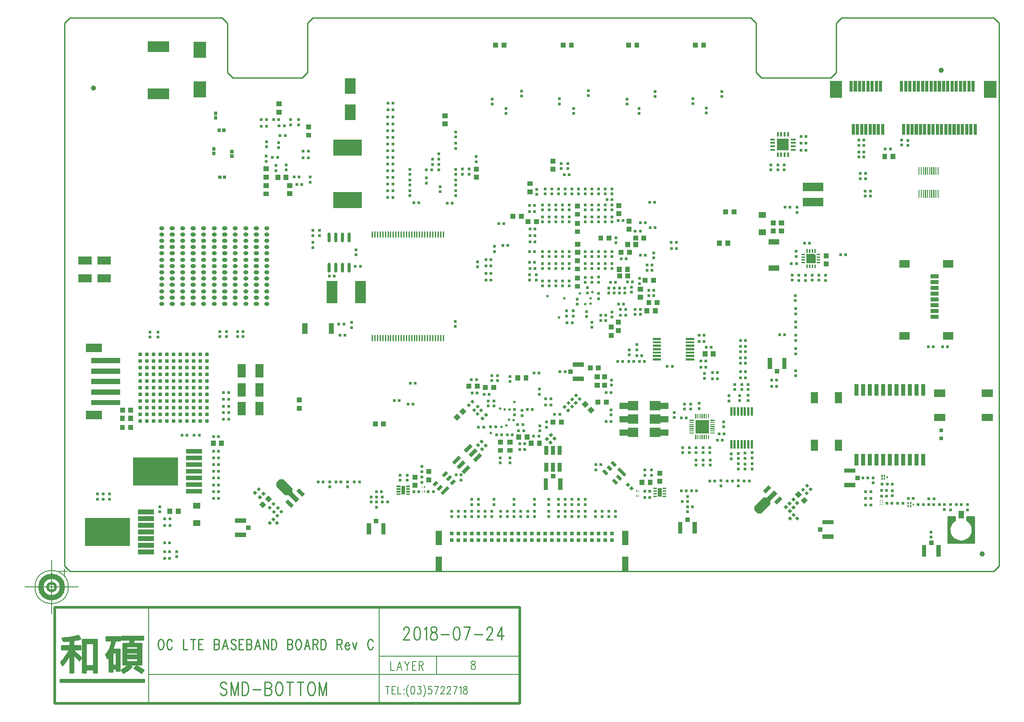
<source format=gbr>
G04 CAM350 V10.0.1 (Build 314) Date:  Fri Jul 27 19:03:04 2018 *
G04 Database: (Untitled) *
G04 Layer 16: SPSE *
%FSLAX25Y25*%
%MOIN*%
%SFA1.000B1.000*%

%MIA0B0*%
%IPPOS*%
%ADD11C,0.00800*%
%ADD12C,0.01000*%
%ADD13C,0.00500*%
%ADD15C,0.02000*%
%ADD16C,0.04000*%
%ADD17C,0.00700*%
%ADD23C,0.03937*%
%ADD51R,0.02200X0.02200*%
%ADD52R,0.04724X0.04724*%
%ADD53R,0.03937X0.03937*%
%ADD54R,0.06299X0.06299*%
%ADD56R,0.03622X0.03622*%
%ADD59R,0.02362X0.02362*%
%ADD60R,0.09055X0.09055*%
%ADD61C,0.03150*%
%ADD62R,0.07874X0.07874*%
%ADD63R,0.09500X0.09500*%
%ADD64R,0.04331X0.04331*%
%ADD65R,0.06000X0.06000*%
%ADD66R,0.00787X0.00787*%
%ADD67R,0.03150X0.03150*%
%ADD68R,0.05709X0.05709*%
%ADD69R,0.11811X0.11811*%
%ADD74R,0.05512X0.05512*%
%ADD75R,0.01378X0.01378*%
%ADD76R,0.00984X0.00984*%
%ADD77C,0.00984*%
%ADD78R,0.01181X0.01181*%
%ADD79R,0.02756X0.02756*%
%ADD80R,0.07087X0.07087*%
%ADD81C,0.03071*%
%ADD82R,0.03504X0.03504*%
%ADD83R,0.21063X0.21063*%
%ADD84R,0.10433X0.10433*%
%ADD85R,0.01575X0.01575*%
%ADD86C,0.02400*%
%ADD87R,0.00472X0.00472*%
%ADD88R,0.02441X0.02441*%
%ADD107R,0.03200X0.03200*%
%ADD135R,0.03600X0.03600*%
%LNSPSE*%
%LPD*%
G36*
X554608Y64236D02*
G01X556164Y65792D01*
X557719Y64236*
X556164Y62681*
X554608Y64236*
G37*
G36*
X554281Y58564D02*
G01X555836Y60119D01*
X557392Y58564*
X555836Y57008*
X554281Y58564*
G37*
G36*
X547181Y39664D02*
G01X548736Y41219D01*
X550292Y39664*
X548736Y38108*
X547181Y39664*
G37*
G36*
X547081Y51364D02*
G01X548636Y52919D01*
X550192Y51364*
X548636Y49808*
X547081Y51364*
G37*
G36*
X420358Y65086D02*
G01X421914Y66642D01*
X423469Y65086*
X421914Y63531*
X420358Y65086*
G37*
G36*
X381293Y126358D02*
G01X382849Y127914D01*
X384405Y126358*
X382849Y124803*
X381293Y126358*
G37*
G36*
X375593Y120658D02*
G01X377149Y122214D01*
X378705Y120658*
X377149Y119103*
X375593Y120658*
G37*
G36*
X378614Y129038D02*
G01X380169Y130594D01*
X381725Y129038*
X380169Y127482*
X378614Y129038*
G37*
G36*
X375814Y126238D02*
G01X377369Y127794D01*
X378925Y126238*
X377369Y124682*
X375814Y126238*
G37*
G36*
X372914Y123338D02*
G01X374469Y124894D01*
X376025Y123338*
X374469Y121782*
X372914Y123338*
G37*
G36*
X160881Y44864D02*
G01X162436Y46419D01*
X163992Y44864*
X162436Y43308*
X160881Y44864*
G37*
G36*
X157531Y36414D02*
G01X159086Y37969D01*
X160642Y36414*
X159086Y34858*
X157531Y36414*
G37*
G36*
X157881Y41864D02*
G01X159436Y43419D01*
X160992Y41864*
X159436Y40308*
X157881Y41864*
G37*
G36*
X143781Y61636D02*
G01X145336Y63192D01*
X146892Y61636*
X145336Y60081*
X143781Y61636*
G37*
G36*
X378493Y123558D02*
G01X380049Y125114D01*
X381605Y123558*
X380049Y122003*
X378493Y123558*
G37*
G36*
X551601Y61244D02*
G01X553157Y62799D01*
X554712Y61243*
X553156Y59688*
X551601Y61244*
G37*
G36*
X557288Y61557D02*
G01X558843Y63112D01*
X560399Y61556*
X558843Y60001*
X557288Y61557*
G37*
G36*
X544401Y54044D02*
G01X545957Y55599D01*
X547512Y54043*
X545956Y52488*
X544401Y54044*
G37*
G36*
X423038Y62407D02*
G01X424593Y63962D01*
X426149Y62406*
X424593Y60851*
X423038Y62407*
G37*
G36*
X155201Y44544D02*
G01X156757Y46099D01*
X158312Y44543*
X156756Y42988*
X155201Y44544*
G37*
G36*
X158201Y47544D02*
G01X159757Y49099D01*
X161312Y47543*
X159756Y45988*
X158201Y47544*
G37*
G36*
X141101Y58957D02*
G01X142657Y60512D01*
X144212Y58956*
X142656Y57401*
X141101Y58957*
G37*
G36*
X541708Y45364D02*
G01X543264Y46919D01*
X544819Y45364*
X543264Y43808*
X541708Y45364*
G37*
G36*
X541808Y39664D02*
G01X543364Y41219D01*
X544919Y39664*
X543364Y38108*
X541808Y39664*
G37*
G36*
X538708Y48364D02*
G01X540264Y49919D01*
X541819Y48364*
X540264Y46808*
X538708Y48364*
G37*
G36*
X311108Y91664D02*
G01X312664Y93219D01*
X314219Y91664*
X312664Y90108*
X311108Y91664*
G37*
G36*
X308108Y94664D02*
G01X309664Y96219D01*
X311219Y94664*
X309664Y93108*
X308108Y94664*
G37*
G36*
X152208Y47864D02*
G01X153764Y49419D01*
X155319Y47864*
X153764Y46308*
X152208Y47864*
G37*
G36*
X152158Y36414D02*
G01X153714Y37969D01*
X155269Y36414*
X153714Y34858*
X152158Y36414*
G37*
G36*
X144708Y55664D02*
G01X146264Y57219D01*
X147819Y55664*
X146264Y54108*
X144708Y55664*
G37*
G36*
X544388Y48044D02*
G01X545944Y49599D01*
X547499Y48043*
X545943Y46488*
X544388Y48044*
G37*
G36*
X541388Y51044D02*
G01X542944Y52599D01*
X544499Y51043*
X542943Y49488*
X541388Y51044*
G37*
G36*
X313788Y94344D02*
G01X315344Y95899D01*
X316899Y94343*
X315343Y92788*
X313788Y94344*
G37*
G36*
X310788Y97344D02*
G01X312344Y98899D01*
X313899Y97343*
X312343Y95788*
X310788Y97344*
G37*
G36*
X154888Y50544D02*
G01X156444Y52099D01*
X157999Y50543*
X156443Y48988*
X154888Y50544*
G37*
G36*
X147388Y58344D02*
G01X148944Y59899D01*
X150499Y58343*
X148943Y56788*
X147388Y58344*
G37*
G36*
X381519Y131940D02*
G01X383075Y133495D01*
X384630Y131940*
X383075Y130384*
X381519Y131940*
G37*
G36*
X305115Y120898D02*
G01X306670Y122454D01*
X308226Y120898*
X306670Y119343*
X305115Y120898*
G37*
G36*
X310551Y120822D02*
G01X312106Y122378D01*
X313662Y120822*
X312106Y119267*
X310551Y120822*
G37*
G36*
X314186Y117338D02*
G01X315742Y118894D01*
X317298Y117338*
X315742Y115782*
X314186Y117338*
G37*
G36*
X311506Y114658D02*
G01X313062Y116214D01*
X314618Y114658*
X313062Y113103*
X311506Y114658*
G37*
G36*
X303986Y127238D02*
G01X305542Y128794D01*
X307098Y127238*
X305542Y125682*
X303986Y127238*
G37*
G36*
X384199Y129260D02*
G01X385754Y130815D01*
X387310Y129260*
X385754Y127704*
X384199Y129260*
G37*
G36*
X307871Y118142D02*
G01X309426Y119698D01*
X310982Y118142*
X309426Y116587*
X307871Y118142*
G37*
G36*
X301306Y124558D02*
G01X302862Y126114D01*
X304418Y124558*
X302862Y123003*
X301306Y124558*
G37*
G36*
X307795Y123578D02*
G01X309350Y125134D01*
X310906Y123578*
X309350Y122023*
X307795Y123578*
G37*
G36*
X365386Y99565D02*
G01X366942Y101121D01*
X368498Y99565*
X366942Y98010*
X365386Y99565*
G37*
G36*
X362410Y96608D02*
G01X363966Y98164D01*
X365522Y96608*
X363966Y95052*
X362410Y96608*
G37*
G36*
X362706Y102245D02*
G01X364262Y103801D01*
X365818Y102245*
X364262Y100689*
X362706Y102245*
G37*
G36*
X359730Y99288D02*
G01X361286Y100844D01*
X362842Y99288*
X361286Y97732*
X359730Y99288*
G37*
G36*
X544488Y42344D02*
G01X546044Y43899D01*
X546050Y43893*
X546057Y43899*
X547612Y42343*
X546056Y40788*
X546050Y40794*
X546043Y40788*
X544488Y42344*
G37*
G36*
X154838Y39094D02*
G01X156394Y40649D01*
X156400Y40643*
X156407Y40649*
X157962Y39093*
X156406Y37538*
X156400Y37544*
X156393Y37538*
X154838Y39094*
G37*
G36*
X409864Y67971D02*
G01X411535Y69641D01*
X414458Y66718*
X412787Y65048*
X409864Y67971*
G37*
G36*
X408862Y81222D02*
G01X410533Y82892D01*
X413456Y79969*
X411785Y78299*
X408862Y81222*
G37*
G36*
X402738Y75098D02*
G01X404408Y76768D01*
X407331Y73845*
X405661Y72174*
X402738Y75098*
G37*
G36*
X288729Y66235D02*
G01X291652Y69158D01*
X293322Y67487*
X290399Y64564*
X288729Y66235*
G37*
G36*
X282604Y72359D02*
G01X285528Y75282D01*
X287198Y73612*
X284275Y70689*
X282604Y72359*
G37*
G36*
X275478Y65233D02*
G01X278401Y68156D01*
X280071Y66485*
X277148Y63562*
X275478Y65233*
G37*
G36*
X412927Y71033D02*
G01X414597Y72703D01*
X417520Y69780*
X415850Y68110*
X412927Y71033*
G37*
G36*
X405800Y78160D02*
G01X407470Y79830D01*
X410393Y76907*
X408723Y75237*
X405800Y78160*
G37*
G36*
X285667Y69297D02*
G01X288590Y72220D01*
X290260Y70550*
X287337Y67627*
X285667Y69297*
G37*
G36*
X278540Y62170D02*
G01X281463Y65093D01*
X283133Y63423*
X280210Y60500*
X278540Y62170*
G37*
G36*
X391674Y120947D02*
G01X394361Y123634D01*
X396922Y121072*
X394235Y118386*
X391674Y120947*
G37*
G36*
X295674Y120057D02*
G01X298235Y122618D01*
X300922Y119931*
X298360Y117370*
X295674Y120057*
G37*
G36*
X387289Y125331D02*
G01X389976Y128018D01*
X392537Y125456*
X389851Y122770*
X387289Y125331*
G37*
G36*
X551368Y53145D02*
G01X554055Y55832D01*
X556616Y53271*
X553929Y50584*
X551368Y53145*
G37*
G36*
X546984Y57529D02*
G01X549671Y60216D01*
X552232Y57655*
X549545Y54968*
X546984Y57529*
G37*
G36*
X150168Y54455D02*
G01X152729Y57016D01*
X155416Y54329*
X152855Y51768*
X150168Y54455*
G37*
G36*
X145784Y50071D02*
G01X148345Y52632D01*
X151032Y49945*
X148471Y47384*
X145784Y50071*
G37*
G36*
X291289Y115673D02*
G01X293851Y118234D01*
X296537Y115547*
X293976Y112986*
X291289Y115673*
G37*
G36*
X531574Y52145D02*
G01X535746Y56317D01*
X537726Y54337*
X533554Y50165*
X531574Y52145*
G37*
G36*
X523230Y60489D02*
G01X527402Y64661D01*
X529382Y62681*
X525210Y58509*
X523230Y60489*
G37*
G36*
X165297Y51879D02*
G01X167277Y53859D01*
X171449Y49687*
X169469Y47707*
X165297Y51879*
G37*
G36*
X173641Y60223D02*
G01X175621Y62203D01*
X179793Y58031*
X177813Y56051*
X173641Y60223*
G37*
G36*
X302564Y87502D02*
G01X307296Y92235D01*
X309245Y90286*
X304512Y85554*
X302564Y87502*
G37*
G36*
X293655Y78594D02*
G01X298388Y83326D01*
X300336Y81378*
X295604Y76645*
X293655Y78594*
G37*
G36*
X306099Y83967D02*
G01X310832Y88699D01*
X312780Y86751*
X308048Y82018*
X306099Y83967*
G37*
G36*
X297191Y75058D02*
G01X301923Y79791D01*
X303872Y77842*
X299139Y73110*
X297191Y75058*
G37*
G36*
X299028Y91038D02*
G01X303761Y95770D01*
X305709Y93822*
X300977Y89089*
X299028Y91038*
G37*
G36*
X290120Y82129D02*
G01X294852Y86862D01*
X296801Y84913*
X292068Y80181*
X290120Y82129*
G37*
G36*
X413873Y76211D02*
G01X415544Y77881D01*
X420582Y72842*
X418912Y71172*
X413873Y76211*
G37*
G36*
X281602Y59108D02*
G01X286641Y64147D01*
X288311Y62476*
X283272Y57438*
X281602Y59108*
G37*
G36*
X555455Y231325D02*
G01X555457Y231395D01*
Y237672*
X555469Y237746*
X555480Y237784*
X555513Y237852*
X555559Y237914*
X555614Y237964*
X555674Y238001*
X555736Y238026*
X555790Y238039*
X561259*
X561333Y238020*
X561399Y237989*
X561459Y237945*
X562463Y236938*
X562502Y236875*
X562518Y236838*
X562538Y236763*
X562542Y236726*
X562543Y231327*
X562531Y231252*
X562519Y231215*
X562486Y231146*
X562440Y231084*
X562384Y231034*
X562323Y230997*
X562259Y230972*
X562199Y230960*
X555801*
X555765Y230966*
X555721Y230978*
X555690Y230991*
X555624Y231028*
X555566Y231078*
X555523Y231132*
X555489Y231192*
X555466Y231257*
X555455Y231325*
G37*
G36*
X516442Y45931D02*
G01Y48674D01*
X516444Y48680*
X516448Y48686*
X523191Y55429*
X525954Y55435*
X525953Y55439*
Y55445*
X525954Y55449*
X525956Y55452*
X531280Y60760*
X531285Y60763*
X531297*
X531303Y60760*
X533822Y58241*
X533828Y58232*
Y58229*
X533829Y58226*
X533828Y58222*
X533826Y58216*
X528517Y52891*
X528497Y52885*
X528498Y52879*
Y50135*
X528496Y50129*
X528491Y50123*
X521748Y43380*
X518985*
X516446Y45918*
X516443Y45924*
X516442Y45931*
G37*
G36*
X158511Y63684D02*
G01Y66446D01*
X161049Y68985*
X161055Y68988*
X161061Y68989*
X163804*
X163811Y68988*
X163817Y68983*
X170560Y62240*
X170566Y59478*
X170576*
X170579Y59477*
X170585Y59473*
X175891Y54151*
X175894Y54146*
Y54134*
X175891Y54129*
X173369Y51607*
X173363Y51603*
X173360*
X173356Y51602*
X173353Y51603*
X173349Y51604*
X173346Y51605*
X168022Y56914*
X168016Y56934*
X168009Y56933*
X165266*
X165260Y56935*
X165254Y56940*
X158511Y63684*
G37*
G36*
X661263Y21093D02*
G01X661264Y21163D01*
Y40863*
X661276Y40938*
X661287Y40975*
X661319Y41044*
X661365Y41106*
X661419Y41156*
X661478Y41193*
X661538Y41218*
X661589Y41230*
X667238*
X667307Y41212*
X667371Y41180*
X667431Y41137*
X667483Y41081*
X667521Y41019*
X667538Y40981*
X667558Y40907*
X667562Y40869*
X667563Y38076*
X667559Y38039*
X667543Y37972*
X667515Y37909*
X667478Y37852*
X667430Y37802*
X667382Y37765*
X667120Y37597*
X666482Y37123*
X665895Y36588*
X665365Y35996*
X664898Y35353*
X664497Y34667*
X664167Y33945*
X663912Y33192*
X663733Y32418*
X663633Y31630*
X663613Y30836*
X663673Y30044*
X663812Y29262*
X664029Y28497*
X664322Y27759*
X664687Y27053*
X665122Y26388*
X665621Y25770*
X666180Y25205*
X666793Y24700*
X667453Y24258*
X668155Y23885*
X668890Y23585*
X669652Y23359*
X670432Y23212*
X671224Y23144*
X672018Y23155*
X672808Y23247*
X673583Y23417*
X674338Y23665*
X675065Y23987*
X675755Y24380*
X676402Y24841*
X676728Y25113*
X677294Y25669*
X677802Y26278*
X678246Y26936*
X678622Y27635*
X678925Y28369*
X679153Y29129*
X679303Y29908*
X679375Y30699*
X679366Y31492*
X679277Y32281*
X679110Y33057*
X678865Y33812*
X678546Y34538*
X678155Y35229*
X677697Y35877*
X677176Y36476*
X676597Y37019*
X675966Y37501*
X675544Y37772*
X675496Y37834*
X675462Y37902*
X675442Y37977*
X675438Y38014*
Y40863*
X675449Y40938*
X675460Y40975*
X675492Y41044*
X675538Y41106*
X675592Y41156*
X675651Y41193*
X675712Y41218*
X675762Y41230*
X681451*
X681517Y41212*
X681579Y41183*
X681635Y41144*
X681684Y41095*
X681723Y41039*
X681752Y40977*
X681770Y40911*
X681775Y40869*
Y21094*
X681763Y21020*
X681740Y20955*
X681707Y20895*
X681663Y20843*
X681611Y20798*
X681552Y20763*
X681488Y20739*
X681431Y20728*
X661608*
X661572Y20734*
X661528Y20746*
X661497Y20759*
X661431Y20796*
X661373Y20846*
X661330Y20899*
X661296Y20959*
X661274Y21025*
X661263Y21093*
G37*
G54D51*
X596086Y294465D03*
X599876D03*
X596086Y298402D03*
X599876D03*
X599705Y285194D03*
X603495D03*
X599705Y281257D03*
X603495D03*
X497616Y127861D03*
Y131651D03*
X505732Y127918D03*
Y131708D03*
X507250Y136360D03*
Y140150D03*
X502000Y136360D03*
Y140150D03*
X479400Y144710D03*
Y148500D03*
X489090Y144400D03*
X485300D03*
X489090Y149000D03*
X485300D03*
X480510Y168200D03*
X484300D03*
X479090Y177200D03*
X475300D03*
X475310Y172400D03*
X479100D03*
G54D135*
X533750Y150000D03*
G54D51*
X533360Y143296D03*
X529570D03*
X318096Y132802D03*
X314306D03*
X175376Y334842D03*
Y338632D03*
G54D135*
X594095Y70079D03*
G54D67*
X656500Y105703D03*
Y99797D03*
G54D15*
X395250Y209500D03*
X361500Y206500D03*
X370250Y190500D03*
X374400Y204600D03*
X390000Y200500D03*
X319306Y103802D03*
X336400Y113400D03*
X327267Y108337D03*
X330906Y109402D03*
X329750Y121500D03*
X326406Y122002D03*
X333000Y113700D03*
X333250Y121500D03*
X336906Y127102D03*
X393950Y204550D03*
X393900Y200600D03*
X386050Y208450D03*
G54D60*
X538000Y320000D03*
G54D76*
X611024Y50000D03*
Y51575D03*
Y53150D03*
X612598D03*
Y51575D03*
Y50000D03*
G54D81*
X106600Y162700D03*
X101600D03*
X96600D03*
X91600D03*
X86600D03*
X81600D03*
X76600D03*
X71600D03*
X66600D03*
X61600D03*
X56600D03*
X106600Y157700D03*
X101600D03*
X96600D03*
X91600D03*
X86600D03*
X81600D03*
X76600D03*
X71600D03*
X66600D03*
X61600D03*
X56600D03*
X106600Y152700D03*
X101600D03*
X96600D03*
X91600D03*
X86600D03*
X81600D03*
X76600D03*
X71600D03*
X66600D03*
X61600D03*
X56600D03*
X106600Y147700D03*
X101600D03*
X96600D03*
X91600D03*
X86600D03*
X81600D03*
X76600D03*
X71600D03*
X66600D03*
X61600D03*
X56600D03*
X106600Y142700D03*
X101600D03*
X96600D03*
X91600D03*
X86600D03*
X81600D03*
X76600D03*
X71600D03*
X66600D03*
X61600D03*
X56600D03*
X106600Y137700D03*
X101600D03*
X96600D03*
X91600D03*
X86600D03*
X81600D03*
X76600D03*
X71600D03*
X66600D03*
X61600D03*
X56600D03*
X106600Y132700D03*
X101600D03*
X96600D03*
X91600D03*
X86600D03*
X81600D03*
X76600D03*
X71600D03*
X66600D03*
X61600D03*
X56600D03*
X106600Y127700D03*
X101600D03*
X96600D03*
X91600D03*
X86600D03*
X81600D03*
X76600D03*
X71600D03*
X66600D03*
X61600D03*
X56600D03*
X106600Y122700D03*
X101600D03*
X96600D03*
X91600D03*
X86600D03*
X81600D03*
X76600D03*
X71600D03*
X66600D03*
X61600D03*
X56600D03*
X106600Y117700D03*
X101600D03*
X96600D03*
X91600D03*
X86600D03*
X81600D03*
X76600D03*
X71600D03*
X66600D03*
X61600D03*
X56600D03*
X106600Y112700D03*
X101600D03*
X96600D03*
X91600D03*
X86600D03*
X81600D03*
X76600D03*
X71600D03*
X66600D03*
X61600D03*
X56600D03*
G54D84*
X477500Y108500D03*
G54D135*
X378828Y149712D03*
X649200Y21400D03*
G54D51*
X458196Y246802D03*
X454406D03*
X458246Y242102D03*
X454456D03*
X440040Y229650D03*
X436250D03*
X121200Y176010D03*
Y179800D03*
X440040Y225600D03*
X436250D03*
X116400Y176010D03*
Y179800D03*
X292750Y183610D03*
Y187400D03*
X358100Y261910D03*
Y265700D03*
X368100Y261910D03*
Y265700D03*
X363100Y261910D03*
Y265700D03*
X373100Y261910D03*
Y265700D03*
X378100Y261910D03*
Y265700D03*
X390100Y261910D03*
Y265700D03*
X395100Y261910D03*
Y265700D03*
X400100Y261910D03*
Y265700D03*
X405100Y261910D03*
Y265700D03*
X410100Y261910D03*
Y265700D03*
X414510Y263100D03*
X418300D03*
X413106Y250192D03*
Y246402D03*
X358100Y274690D03*
Y270900D03*
X363100Y274690D03*
Y270900D03*
X368100Y274690D03*
Y270900D03*
X373100Y274690D03*
Y270900D03*
X378100Y274690D03*
Y270900D03*
X390100Y274690D03*
Y270900D03*
X395100Y274690D03*
Y270900D03*
X400100Y274690D03*
Y270900D03*
X405100Y274690D03*
Y270900D03*
X410100Y274690D03*
Y270900D03*
X427416Y254902D03*
X431206D03*
X410100Y226910D03*
Y230700D03*
X405100Y226910D03*
Y230700D03*
X400100Y226910D03*
Y230700D03*
X395100Y226910D03*
Y230700D03*
X390100Y226910D03*
Y230700D03*
X378100Y226910D03*
Y230700D03*
X373100Y226910D03*
Y230700D03*
X368100Y226910D03*
Y230700D03*
X363100Y226910D03*
Y230700D03*
X358100Y226910D03*
Y230700D03*
X198216Y221302D03*
X202006D03*
X416810Y234500D03*
X420600D03*
X358100Y239690D03*
Y235900D03*
X363100Y239690D03*
Y235900D03*
X368100Y239690D03*
Y235900D03*
X373100Y239690D03*
Y235900D03*
X378100Y239690D03*
Y235900D03*
X390100Y239690D03*
Y235900D03*
X395100Y239690D03*
Y235900D03*
X400100Y239690D03*
Y235900D03*
X405100Y239690D03*
Y235900D03*
X410100Y239690D03*
Y235900D03*
X348610Y251750D03*
X352400D03*
X348610Y247000D03*
X352400D03*
X348210Y239800D03*
X352000D03*
X348210Y231800D03*
X352000D03*
X348516Y227002D03*
X352306D03*
X325170Y260870D03*
X328960D03*
X348610Y256750D03*
X352400D03*
X328110Y244250D03*
X331900D03*
X358100Y213910D03*
Y217700D03*
X363100Y213910D03*
Y217700D03*
X368100Y213910D03*
Y217700D03*
X373100Y213910D03*
Y217700D03*
X378100Y213910D03*
Y217700D03*
X390006Y216712D03*
Y220502D03*
X395006Y216712D03*
Y220502D03*
X391500Y208860D03*
Y212650D03*
X400000Y216860D03*
Y220650D03*
X412640Y216750D03*
X408850D03*
X370100Y286690D03*
Y282900D03*
X365100Y286690D03*
Y282900D03*
X360100Y286690D03*
Y282900D03*
X353600Y282710D03*
Y286500D03*
X348110Y274500D03*
X351900D03*
X348110Y269750D03*
X351900D03*
X371800Y302010D03*
Y305800D03*
X380100Y286690D03*
Y282900D03*
X375100Y286690D03*
Y282900D03*
X410090Y278800D03*
X406300D03*
X385100Y286690D03*
Y282900D03*
X438110Y276750D03*
X441900D03*
X410100Y286690D03*
Y282900D03*
X405100Y286690D03*
Y282900D03*
X400100Y286690D03*
Y282900D03*
X395100Y286690D03*
Y282900D03*
X390100Y286690D03*
Y282900D03*
X425390Y217000D03*
X421600D03*
X618493Y316597D03*
X614703D03*
X290390Y276000D03*
X286600D03*
X265390Y276500D03*
X261600D03*
X528906Y304792D03*
Y301002D03*
X555396Y320902D03*
X551606D03*
X555396Y326002D03*
X551606D03*
X258500Y301390D03*
Y297600D03*
X438290Y55400D03*
X434500D03*
X462680Y52380D03*
X466470D03*
X258500Y289610D03*
Y293400D03*
Y285390D03*
Y281600D03*
X581316Y237502D03*
X585106D03*
X548106Y239992D03*
Y236202D03*
X293000Y325610D03*
Y329400D03*
X550006Y221992D03*
Y218202D03*
X544410Y230700D03*
X548200D03*
X560006Y218212D03*
Y222002D03*
X293000Y320890D03*
Y317100D03*
X209196Y185302D03*
X205406D03*
X293000Y293390D03*
Y289600D03*
X206316Y177202D03*
X210106D03*
X221495Y228802D03*
X217706D03*
X293000Y285390D03*
Y281600D03*
X676206Y49942D03*
Y46152D03*
X663456Y49942D03*
Y46152D03*
X603890Y59750D03*
X600100D03*
X603890Y54750D03*
X600100D03*
X603890Y49750D03*
X600100D03*
X627874Y51181D03*
X624084D03*
X647323Y54331D03*
X651113D03*
X635748Y54724D03*
X631958D03*
X611890Y56299D03*
X615680D03*
X620106Y60442D03*
Y56652D03*
X175766Y295782D03*
X171976D03*
X158126Y300492D03*
Y304282D03*
X151226Y318342D03*
Y322132D03*
X173936Y289932D03*
X177726D03*
X166076Y300942D03*
Y304732D03*
X169226Y334842D03*
Y338632D03*
X183926Y295572D03*
Y291782D03*
X150926Y307542D03*
Y311332D03*
X155680Y310430D03*
X159470D03*
X182516Y310032D03*
X178726D03*
X160226Y321372D03*
Y317582D03*
X182516Y314982D03*
X178726D03*
X309096Y133702D03*
X305306D03*
X333606Y142312D03*
Y146102D03*
X331610Y102500D03*
X335400D03*
X355750Y132860D03*
Y136650D03*
X327396Y102502D03*
X323606D03*
X343890Y105500D03*
X340100D03*
X351360Y101250D03*
X355150D03*
X360900Y111990D03*
Y108200D03*
X430500Y215810D03*
Y219600D03*
X428610Y161750D03*
X432400D03*
X430610Y157250D03*
X434400D03*
X409296Y134002D03*
X405506D03*
X409390Y112250D03*
X405600D03*
X487046Y67752D03*
X483256D03*
X512890Y67750D03*
X509100D03*
X491750Y67890D03*
Y64100D03*
X504750Y67890D03*
Y64100D03*
X217015Y67002D03*
X220806D03*
X189810Y66900D03*
X193600D03*
X211950Y67040D03*
Y63250D03*
X198450Y67040D03*
Y63250D03*
X119016Y114002D03*
X122805D03*
X122795Y123802D03*
X119006D03*
X71400Y44610D03*
Y48400D03*
X74910Y14700D03*
X78700D03*
X74860Y21500D03*
X78650D03*
X111515Y101002D03*
X115306D03*
X115290Y54700D03*
X111500D03*
X111510Y70000D03*
X115300D03*
X258816Y141202D03*
X262606D03*
X261096Y125302D03*
X257306D03*
X464169Y121684D03*
Y125474D03*
X493500Y108360D03*
Y112150D03*
X499250Y88140D03*
Y84350D03*
X437616Y206602D03*
X441406D03*
X242110Y346000D03*
X245900D03*
X242110Y351000D03*
X245900D03*
X416360Y192050D03*
X420150D03*
X275700Y305160D03*
Y308950D03*
X274890Y301000D03*
X271100D03*
X342300Y360090D03*
Y356300D03*
X293000Y301390D03*
Y297600D03*
X297900Y301590D03*
Y297800D03*
X392400Y360390D03*
Y356600D03*
X442200Y359790D03*
Y356000D03*
X303000Y301590D03*
Y297800D03*
X619607Y51181D03*
X615817D03*
X304716Y143602D03*
X308506D03*
X320106Y146692D03*
Y142902D03*
X333606Y81412D03*
Y85202D03*
X324306Y146692D03*
Y142902D03*
X326406Y81412D03*
Y85202D03*
X340860Y95750D03*
X344650D03*
X340860Y91250D03*
X344650D03*
X370890Y117750D03*
X367100D03*
X496360Y67750D03*
X500150D03*
X206996Y67002D03*
X203206D03*
X384000Y204140D03*
Y200350D03*
X245890Y340750D03*
X242100D03*
X280250Y304890D03*
Y301100D03*
Y309110D03*
Y312900D03*
X308400Y310890D03*
Y307100D03*
X431406Y192712D03*
Y196502D03*
X492300Y359790D03*
Y356000D03*
X348306Y218512D03*
Y222302D03*
X442296Y257602D03*
X438506D03*
X435096Y261502D03*
X431306D03*
X133556Y179692D03*
Y175902D03*
X353406Y218512D03*
Y222302D03*
X129556Y179692D03*
Y175902D03*
X441390Y238840D03*
Y235050D03*
X419706Y212392D03*
Y208602D03*
X435096Y237202D03*
X431306D03*
X315610Y223250D03*
X319400D03*
X631755Y323189D03*
Y319399D03*
X627073Y323342D03*
Y319552D03*
X598625Y310543D03*
X594835D03*
X598597Y314462D03*
X594807D03*
X598615Y319374D03*
X594825D03*
X598615Y323311D03*
X594825D03*
X551616Y315802D03*
X555406D03*
X534306Y304792D03*
Y301002D03*
X399900Y208290D03*
Y204500D03*
X539106Y304792D03*
Y301002D03*
X397930Y79980D03*
Y76190D03*
X309250Y232140D03*
Y228350D03*
X570006Y221992D03*
Y218202D03*
X554316Y245902D03*
X558106D03*
X315610Y218500D03*
X319400D03*
X565006Y218212D03*
Y222002D03*
X555006Y221992D03*
Y218202D03*
X545006Y218212D03*
Y222002D03*
X548706Y272992D03*
Y269202D03*
X322000Y243640D03*
Y239850D03*
X539616Y273202D03*
X543406D03*
X315610Y233750D03*
X319400D03*
X415506Y212392D03*
Y208602D03*
X315610Y229000D03*
X319400D03*
X218406Y241192D03*
Y237402D03*
X215106Y182812D03*
Y186602D03*
X547500Y193110D03*
Y196900D03*
Y183110D03*
Y186900D03*
Y173110D03*
Y176900D03*
X657610Y168500D03*
X661400D03*
X646929Y168504D03*
X650719D03*
X547500Y163110D03*
Y166900D03*
Y150390D03*
Y146600D03*
X547356Y203062D03*
Y206852D03*
X649056Y29542D03*
Y25752D03*
X671575Y50000D03*
X667785D03*
X658976D03*
Y46210D03*
X658977Y50000D03*
X655187D03*
X651103D03*
X647313D03*
X643229D03*
X639439D03*
X611916Y60802D03*
X615706D03*
X619961Y65512D03*
X616171D03*
X601746Y70102D03*
X597956D03*
X616181Y65512D03*
X612391D03*
X605706Y70192D03*
Y66402D03*
X165116Y326682D03*
X161326D03*
X147386Y333732D03*
X151176D03*
X160316Y338832D03*
X156526D03*
X147386D03*
X151176D03*
X160736Y334032D03*
X164526D03*
X364140Y129500D03*
X360350D03*
X364140Y124750D03*
X360350D03*
X342750Y116860D03*
Y120650D03*
X356106Y105412D03*
Y109202D03*
X374796Y149602D03*
X371006D03*
X343140Y110000D03*
X339350D03*
X346610Y121250D03*
X350400D03*
X416360Y196250D03*
X420150D03*
X336900Y121290D03*
Y117500D03*
X313896Y107902D03*
X310106D03*
X317406Y124012D03*
Y127802D03*
X322896Y108502D03*
X319106D03*
X321606Y124012D03*
Y127802D03*
X428500Y169890D03*
Y166100D03*
X422610Y157250D03*
X426400D03*
X409506Y143392D03*
Y139602D03*
X409250Y121140D03*
Y117350D03*
X414110Y157250D03*
X417900D03*
X381006Y195292D03*
Y191502D03*
X423000Y162360D03*
Y166150D03*
X390950Y194690D03*
Y190900D03*
X63906Y179392D03*
Y175602D03*
X539390Y177500D03*
X535600D03*
X390000Y50110D03*
Y53900D03*
X385000Y50110D03*
Y53900D03*
X320000Y44890D03*
Y41100D03*
X315000Y44890D03*
Y41100D03*
X122795Y128950D03*
X119006D03*
X119016Y134002D03*
X122805D03*
X122795Y119002D03*
X119006D03*
X78890Y39500D03*
X75100D03*
X74910Y9700D03*
X78700D03*
X84000Y10910D03*
Y14700D03*
X115290Y90000D03*
X111500D03*
X115290Y59700D03*
X111500D03*
X115290Y84900D03*
X111500D03*
X115290Y75000D03*
X111500D03*
X115290Y64800D03*
X111500D03*
X476610Y153000D03*
X480400D03*
X476610Y157600D03*
X480400D03*
X506310Y173000D03*
X510100D03*
X506310Y168800D03*
X510100D03*
X506310Y164600D03*
X510100D03*
X506310Y160200D03*
X510100D03*
X506310Y149600D03*
X510100D03*
X506310Y145000D03*
X510100D03*
X506310Y156000D03*
X510100D03*
X475200Y122110D03*
Y125900D03*
X250596Y128002D03*
X246806D03*
X411606Y212392D03*
Y208602D03*
X468006Y92692D03*
Y88902D03*
X462906Y88912D03*
Y92702D03*
X468800Y125490D03*
Y121700D03*
X478206Y83392D03*
Y79602D03*
X473105Y83392D03*
Y79602D03*
X456500Y115360D03*
Y119150D03*
X483505Y83392D03*
Y79602D03*
X478206Y88912D03*
Y92702D03*
X473006Y88912D03*
Y92702D03*
X461860Y115000D03*
X465650D03*
X483306Y88912D03*
Y92702D03*
X401616Y188002D03*
X405406D03*
X395100Y186690D03*
Y182900D03*
X401616Y191902D03*
X405406D03*
X410105Y190612D03*
Y194402D03*
X529510Y138600D03*
X533300D03*
X414810Y200400D03*
X418600D03*
X441395Y210602D03*
X437606D03*
X281400Y284610D03*
Y288400D03*
X330600Y343410D03*
Y347200D03*
X430200Y343410D03*
Y347200D03*
X407705Y212392D03*
Y208602D03*
X271000Y294890D03*
Y291100D03*
X320400Y354090D03*
Y350300D03*
X421200Y354090D03*
Y350300D03*
X374310Y297300D03*
X378100D03*
X376800Y302010D03*
Y305800D03*
X427206Y192712D03*
Y196502D03*
X245890Y315500D03*
X242100D03*
X245890Y310500D03*
X242100D03*
X245890Y320500D03*
X242100D03*
X245890Y330500D03*
X242100D03*
X245890Y295500D03*
X242100D03*
X245890Y325500D03*
X242100D03*
X245890Y305500D03*
X242100D03*
X245890Y335500D03*
X242100D03*
X245890Y300500D03*
X242100D03*
X245890Y290500D03*
X242100D03*
X480600Y343710D03*
Y347500D03*
X424500Y213140D03*
Y209350D03*
X381300Y343410D03*
Y347200D03*
X470700Y354390D03*
Y350600D03*
X370600Y354290D03*
Y350500D03*
X245890Y280500D03*
X242100D03*
X245890Y285500D03*
X242100D03*
X100890Y102000D03*
X97100D03*
X87810D03*
X91600D03*
X190806Y255592D03*
Y251802D03*
X186006Y255592D03*
Y251802D03*
X355390Y148750D03*
X351600D03*
X390000Y44890D03*
Y41100D03*
X385000Y44890D03*
Y41100D03*
X347000Y44890D03*
Y41100D03*
X341750Y44890D03*
Y41100D03*
X331750Y44890D03*
Y41100D03*
X512000Y136360D03*
Y140150D03*
X515000Y80640D03*
Y76850D03*
X509500Y80390D03*
Y76600D03*
X504500Y80640D03*
Y76850D03*
X466500Y44550D03*
Y48340D03*
X466460D03*
X470250D03*
X233500Y48100D03*
Y51890D03*
X233490D03*
X229700D03*
X375906Y195292D03*
Y191502D03*
X380196Y186502D03*
X376406D03*
G54D135*
X365900Y71390D03*
G54D51*
X512000Y128110D03*
Y131900D03*
X515000Y88890D03*
Y85100D03*
X509500Y88640D03*
Y84850D03*
X504500Y88390D03*
Y84600D03*
X455210Y153740D03*
X451420D03*
X115390Y80000D03*
X111600D03*
X78890Y34250D03*
X75100D03*
G54D135*
X466500Y38700D03*
X137700Y32700D03*
X233400Y37800D03*
X565800Y31500D03*
G54D51*
X397940Y79920D03*
X401730D03*
X297070Y72270D03*
Y68480D03*
X297090Y72300D03*
X293300D03*
X434500Y75890D03*
Y72100D03*
X439500Y75890D03*
Y72100D03*
X466500Y56140D03*
Y52350D03*
X461860Y60250D03*
X465650D03*
X434570Y60130D03*
X438360D03*
X267500Y78640D03*
Y74850D03*
Y66760D03*
Y70550D03*
X241850Y51910D03*
X238060D03*
X238040Y55690D03*
Y51900D03*
X237390Y59750D03*
X233600D03*
X265290Y59700D03*
X261500D03*
X276130Y59730D03*
X272340D03*
X473390Y60250D03*
X469600D03*
X229710Y55750D03*
X233500D03*
X24500Y54110D03*
Y57900D03*
X251400Y68310D03*
Y72100D03*
X256500Y68310D03*
Y72100D03*
X305000Y41110D03*
Y44900D03*
G54D67*
X290024Y23327D03*
X295024D03*
X300024D03*
X305024D03*
X310024D03*
X315024D03*
X320024D03*
X325024D03*
X330024D03*
X335024D03*
X340024D03*
X345024D03*
X350024D03*
X355024D03*
X360024D03*
X365024D03*
X370024D03*
X375024D03*
X380024D03*
X385024D03*
X390024D03*
X395024D03*
X400024D03*
X405024D03*
X410024D03*
X290024Y28327D03*
X295024D03*
X300024D03*
X305024D03*
X310024D03*
X315024D03*
X320024D03*
X325024D03*
X330024D03*
X335024D03*
X340024D03*
X345024D03*
X350024D03*
X355024D03*
X360024D03*
X365024D03*
X370024D03*
X375024D03*
X380024D03*
X385024D03*
X390024D03*
X395024D03*
X400024D03*
X405024D03*
X410024D03*
G54D51*
X70000Y175610D03*
Y179400D03*
X295000Y41110D03*
Y44900D03*
X310000Y41110D03*
Y44900D03*
X326750Y44890D03*
Y41100D03*
X336750Y41110D03*
Y44900D03*
X352000Y41110D03*
Y44900D03*
X362500Y41110D03*
Y44900D03*
X370000Y44890D03*
Y41100D03*
X375000Y44890D03*
Y41100D03*
X380000Y41110D03*
Y44900D03*
X397500Y41110D03*
Y44900D03*
X375000Y50110D03*
Y53900D03*
X370000Y50110D03*
Y53900D03*
X321750Y50110D03*
Y53900D03*
X407500Y41110D03*
Y44900D03*
X290000Y41110D03*
Y44900D03*
X300000Y41110D03*
Y44900D03*
X305000Y50110D03*
Y53900D03*
X310000Y50110D03*
Y53900D03*
X336750Y50110D03*
Y53900D03*
X352000Y50110D03*
Y53900D03*
X362500Y50110D03*
Y53900D03*
X380000Y50110D03*
Y53900D03*
X402500Y41110D03*
Y44900D03*
X412500Y41110D03*
Y44900D03*
X186000Y246640D03*
Y242850D03*
X490110Y103000D03*
X493900D03*
X488860Y98500D03*
X492650D03*
X33500Y54110D03*
Y57900D03*
X29000Y54110D03*
Y57900D03*
G54D23*
X21550Y362250D03*
X656693Y375591D03*
X687402Y12992D03*
G54D12*
X0Y4000D02*
G01Y411000D01*
X4000Y415000*
X118000*
X122000Y411000*
Y374000*
X126000Y370000*
X178000*
X182000Y374000*
Y411000*
X186000Y415000*
X514000*
X518000Y411000*
Y374000*
X522000Y370000*
X574000*
X578000Y374000*
Y411000*
X582000Y415000*
X696000*
X700000Y411000*
Y4000*
X696000Y0*
X4000*
X0Y4000*
G54D13*
X2000Y0D02*
G01X-4000D01*
X0Y2000D02*
G01Y-4000D01*
G54D11*
X235480Y-77323D02*
G01X340598D01*
G54D15*
X340775Y-27066D02*
G01Y-99066D01*
X-7469*
Y-27066*
X340775*
G54D11*
X235531Y-63766D02*
G01X340775D01*
X2775Y-11766D02*
G75*
G03X2775Y-11766I-12500D01*
X-29725D02*
G01X10275D01*
X-9725Y8234D02*
G01Y-31766D01*
G54D15*
X-6725Y-11766D02*
G03X-6725Y-11766I-3000D01*
G54D16*
X-1663D02*
G03X-1663Y-11766I-8062D01*
G54D11*
X62775Y-27266D02*
G01Y-99066D01*
X13275Y-98974D02*
G01X57775D01*
X235531Y-26766D02*
G01Y-99066D01*
X278531Y-63701D02*
G01Y-77323D01*
X63031Y-77353D02*
G01X235086D01*
G54D12*
X42491Y-48674D02*
G01Y-51234D01*
X49211*
X48251Y-53794*
X43451*
Y-70114*
X47611*
X45371Y-72034*
X42171Y-73954*
X44091Y-76194*
X47621Y-73954*
X50171Y-71394*
X48571Y-70114*
X57531*
Y-53794*
X51131*
X52091Y-51234*
X58811*
Y-48674*
X42491*
X53691Y-70754D02*
G01X52091Y-72674D01*
X57531Y-76194*
X59131Y-73954*
X56631Y-72394*
X53691Y-70754*
X46331Y-56354D02*
G01X54651D01*
Y-58274*
X46331*
Y-56354*
Y-60834D02*
G01X54651D01*
Y-62754*
X46331*
Y-60834*
Y-65314D02*
G01X54651D01*
Y-67554*
X46331*
Y-65314*
X42851Y-49424D02*
G01X58421D01*
X58511Y-50224D02*
G01X42911D01*
X49241Y-50934D02*
G01X51871D01*
X42781Y-50744D02*
G01X58591D01*
X49451Y-51644D02*
G01X51571D01*
X49141Y-52394D02*
G01X51301D01*
X48861Y-53124D02*
G01X51091D01*
X48371Y-53894D02*
G01X51111D01*
X43841Y-54524D02*
G01X57121D01*
X43841Y-55264D02*
G01X57141D01*
X43781Y-55944D02*
G01X57241D01*
X43871Y-56684D02*
G01X45961D01*
X43821Y-57334D02*
G01X45971D01*
X43771Y-58064D02*
G01X46021D01*
X43741Y-58814D02*
G01X57271D01*
X54961Y-56654D02*
G01X57211D01*
X55041Y-57384D02*
G01X57201D01*
X54971Y-58094D02*
G01X57231D01*
X43821Y-59514D02*
G01X57241D01*
X43841Y-60194D02*
G01X57141D01*
X43811Y-60924D02*
G01X45991D01*
X43801Y-61634D02*
G01X45971D01*
Y-61644*
X43711Y-62354D02*
G01X46021D01*
X43671Y-63244D02*
G01X57311D01*
X55031Y-60874D02*
G01X57141D01*
X55031Y-61504D02*
G01X57191D01*
X55011Y-62174D02*
G01X57171D01*
X54971Y-62714D02*
G01X57151D01*
X43761Y-63954D02*
G01X57141D01*
X43801Y-64714D02*
G01X57171D01*
X43851Y-65384D02*
G01X45941D01*
X45991Y-66114D02*
G01X43791D01*
X43841Y-66844D02*
G01X46031D01*
Y-67574D02*
G01X43731D01*
X55061Y-65464D02*
G01X57151D01*
X55011Y-66224D02*
G01X57261D01*
X54981Y-66924D02*
G01X57271D01*
X54931Y-67564D02*
G01X57181D01*
X43791Y-68154D02*
G01X57181D01*
X43841Y-68814D02*
G01X57171D01*
X57191Y-69484D02*
G01X43781D01*
X47521Y-70544D02*
G01X48571D01*
X46961Y-71164D02*
G01X49191D01*
X46211Y-71834D02*
G01X49201D01*
X48511Y-72604D02*
G01X45101D01*
X47791Y-73344D02*
G01X44061D01*
X46791Y-74094D02*
G01X42901D01*
X45581Y-74914D02*
G01X43421D01*
X44511Y-75494D02*
G01X43961D01*
X53461Y-71564D02*
G01X54291D01*
X52941Y-72204D02*
G01X55471D01*
X53021Y-72814D02*
G01X56581D01*
X54081Y-73494D02*
G01X57591D01*
X55041Y-74174D02*
G01X58481D01*
X56211Y-74924D02*
G01X57981D01*
X57101Y-75484D02*
G01X57711D01*
X10291Y-47914D02*
G01X4531Y-49194D01*
X-2189Y-49834*
X-909Y-52394*
X1341*
X3891Y-52074*
Y-55594*
X-2509*
Y-58474*
X3571*
X2291Y-61034*
X691Y-63274*
X-899Y-65824*
X-3149Y-68074*
X-1869Y-70634*
X1011Y-67434*
X3891Y-62954*
Y-76074*
X6771*
Y-62634*
X9011Y-64554*
X10931Y-67114*
X12531Y-64554*
X6771Y-59434*
Y-58474*
X11891*
Y-55594*
X6771*
Y-51754*
X9561Y-51134*
X11891Y-50474*
X10291Y-47914*
X16051Y-70634D02*
G01Y-53994D01*
X21491*
Y-70634*
X16051*
X13171Y-76074D02*
G01Y-51114D01*
X24371*
Y-76074*
X21491*
Y-73514*
X16051*
Y-76074*
X13171*
X30971Y-48994D02*
G01Y-51874D01*
X35131*
X34491Y-55074*
X33531Y-57954*
X32251Y-60194*
X30651Y-62434*
X31931Y-65314*
X33211Y-63714*
Y-75234*
X36091*
Y-72994*
X38651*
Y-74594*
X41211*
Y-58274*
X36091*
X37051Y-55394*
X38011Y-51874*
X41531*
Y-48994*
X30971*
X36091Y-70434D02*
G01Y-60834D01*
X38651*
Y-70434*
X36091*
X-1179Y-49924D02*
G01Y-51094D01*
X-639Y-52054D02*
G01Y-50024D01*
X41Y-52054D02*
G01Y-49964D01*
X681Y-52074D02*
G01Y-49864D01*
X1291Y-52054D02*
G01Y-49804D01*
X1971Y-51994D02*
G01Y-49804D01*
X2651Y-51894D02*
G01Y-49754D01*
X3361Y-51774D02*
G01Y-49644D01*
X3961Y-51794D02*
G01Y-49604D01*
X4491Y-49534D02*
G01Y-75694D01*
X5091Y-75814D02*
G01Y-49514D01*
X5731Y-49254D02*
G01Y-75814D01*
X6251Y-75864D02*
G01Y-49114D01*
X6981Y-49074D02*
G01Y-51314D01*
X7661Y-48884D02*
G01Y-51234D01*
X8441Y-48704D02*
G01Y-51034D01*
X9241Y-48544D02*
G01Y-50834D01*
X9951Y-48374D02*
G01Y-50674D01*
X10701Y-49154D02*
G01Y-50514D01*
X-1729Y-55954D02*
G01Y-58114D01*
X-1019Y-58034D02*
G01Y-56024D01*
X-229Y-55994D02*
G01Y-58094D01*
X471Y-58074D02*
G01Y-56004D01*
X1161Y-58074D02*
G01Y-55994D01*
X1861Y-58134D02*
G01Y-55984D01*
X2601Y-58124D02*
G01Y-55964D01*
X3351Y-58134D02*
G01Y-55964D01*
X3941Y-55794D02*
G01Y-62654D01*
X3301Y-59944D02*
G01Y-63114D01*
X2781Y-64044D02*
G01Y-60974D01*
X2081Y-61964D02*
G01Y-65064D01*
X1271Y-63134D02*
G01Y-66294D01*
X561Y-64224D02*
G01Y-67414D01*
X-189Y-65424D02*
G01Y-68234D01*
X-949Y-66434D02*
G01Y-69194D01*
X-1719Y-67054D02*
G01Y-69924D01*
X-2349Y-67754D02*
G01Y-68974D01*
X7011Y-58134D02*
G01Y-55974D01*
X7821Y-58104D02*
G01Y-55974D01*
X8681Y-58114D02*
G01Y-55964D01*
X9531Y-58114D02*
G01Y-55974D01*
X10331Y-58124D02*
G01Y-55934D01*
X11111Y-58154D02*
G01Y-55944D01*
X6911Y-60014D02*
G01Y-62334D01*
X7651Y-60724D02*
G01Y-62854D01*
X8351Y-61264D02*
G01Y-63554D01*
X9051Y-61944D02*
G01Y-64124D01*
X9701Y-62494D02*
G01Y-64804D01*
X10351Y-62984D02*
G01Y-65784D01*
X11041Y-63624D02*
G01Y-66354D01*
X11691Y-64244D02*
G01Y-65374D01*
X13861Y-51494D02*
G01Y-75794D01*
X14601Y-75704D02*
G01Y-51514D01*
X15321Y-51464D02*
G01Y-75804D01*
X16051Y-70934D02*
G01Y-73194D01*
X16761D02*
G01Y-70904D01*
X17511Y-71004D02*
G01Y-73224D01*
X18291Y-73184D02*
G01Y-70974D01*
X19161D02*
G01Y-73254D01*
X19891Y-73144D02*
G01Y-70984D01*
X20611Y-73184D02*
G01Y-70984D01*
X21381Y-73254D02*
G01Y-70874D01*
X15731Y-51824D02*
G01X24121D01*
X15661Y-52524D02*
G01X24011D01*
X15611Y-53194D02*
G01X24121D01*
X22091Y-53514D02*
G01Y-75804D01*
X22901Y-53334D02*
G01Y-75764D01*
X23621Y-75704D02*
G01Y-53424D01*
X31291Y-49774D02*
G01X41211D01*
X41151Y-50524D02*
G01X31391D01*
X31351Y-51224D02*
G01X41151D01*
X35491Y-51904D02*
G01X37571D01*
X37481Y-52664D02*
G01X35361D01*
X35191Y-53404D02*
G01X37261D01*
X35051Y-54154D02*
G01X37011D01*
X34911Y-54814D02*
G01X36811D01*
X36591Y-55544D02*
G01X34721D01*
X34501Y-56254D02*
G01X36401D01*
X36161Y-56924D02*
G01X34251D01*
X34041Y-57584D02*
G01X36041D01*
X33761Y-58204D02*
G01X35731D01*
X33411Y-58854D02*
G01X40861D01*
X40831Y-59494D02*
G01X33101D01*
X32691Y-60154D02*
G01X40871D01*
X32111Y-60954D02*
G01X35711D01*
X35701Y-61904D02*
G01X31521D01*
X31101Y-62674D02*
G01X35811D01*
X31471Y-63424D02*
G01X35681D01*
X31731Y-64114D02*
G01X32381D01*
X33891Y-63854D02*
G01Y-74824D01*
X34581Y-74834D02*
G01Y-63814D01*
X35261Y-63844D02*
G01Y-74854D01*
X35331*
X35991Y-70734D02*
G01Y-72724D01*
X36731Y-70794D02*
G01Y-72694D01*
X37401Y-72684D02*
G01Y-70814D01*
X38081D02*
G01Y-72704D01*
X38791Y-72784D02*
G01Y-70644D01*
X38811*
X39271Y-74254D02*
G01Y-60224D01*
X39961Y-60504D02*
G01Y-74264D01*
X40601Y-74324D02*
G01Y-60434D01*
X-3469Y-81074D02*
G01X59531D01*
Y-83074*
X-3469*
Y-81074*
X-2969Y-81574D02*
G01X59031D01*
Y-82574*
X-2969*
Y-81574*
Y-82074D02*
G01X58531D01*
Y-83074*
X-2969*
Y-82074*
G54D17*
X305648Y-67129D02*
G01X304966Y-67442D01*
X304739Y-68067*
Y-68692*
X304966Y-69317*
X305420Y-69629*
X306330Y-69942*
X307011Y-70254*
X307466Y-70879*
X307693Y-71504*
Y-72442*
X307466Y-73067*
X307239Y-73379*
X306557Y-73692*
X305648*
X304966Y-73379*
X304739Y-73067*
X304511Y-72442*
Y-71504*
X304739Y-70879*
X305193Y-70254*
X305875Y-69942*
X306784Y-69629*
X307239Y-69317*
X307466Y-68692*
Y-68067*
X307239Y-67442*
X306557Y-67129*
X305648*
G54D12*
X253947Y-43908D02*
G01Y-43440D01*
X254288Y-42502*
X254629Y-42033*
X255310Y-41565*
X256674*
X257356Y-42033*
X257697Y-42502*
X258038Y-43440*
Y-44377*
X257697Y-45315*
X257015Y-46721*
X253606Y-51408*
X258379*
X263492Y-41565D02*
G01X262469Y-42033D01*
X261788Y-43440*
X261447Y-45783*
Y-47190*
X261788Y-49533*
X262469Y-50940*
X263492Y-51408*
X264174*
X265197Y-50940*
X265879Y-49533*
X266219Y-47190*
Y-45783*
X265879Y-43440*
X265197Y-42033*
X264174Y-41565*
X263492*
X269288Y-43440D02*
G01X269969Y-42971D01*
X270992Y-41565*
Y-51408*
X275765Y-41565D02*
G01X274742Y-42033D01*
X274401Y-42971*
Y-43908*
X274742Y-44846*
X275424Y-45315*
X276788Y-45783*
X277810Y-46252*
X278492Y-47190*
X278833Y-48127*
Y-49533*
X278492Y-50471*
X278151Y-50940*
X277129Y-51408*
X275765*
X274742Y-50940*
X274401Y-50471*
X274060Y-49533*
Y-48127*
X274401Y-47190*
X275083Y-46252*
X276106Y-45783*
X277469Y-45315*
X278151Y-44846*
X278492Y-43908*
Y-42971*
X278151Y-42033*
X277129Y-41565*
X275765*
X281901Y-47190D02*
G01X288038D01*
X293151Y-41565D02*
G01X292129Y-42033D01*
X291447Y-43440*
X291106Y-45783*
Y-47190*
X291447Y-49533*
X292129Y-50940*
X293151Y-51408*
X293833*
X294856Y-50940*
X295538Y-49533*
X295879Y-47190*
Y-45783*
X295538Y-43440*
X294856Y-42033*
X293833Y-41565*
X293151*
X303719D02*
G01X300310Y-51408D01*
X298947Y-41565D02*
G01X303719D01*
X306788Y-47190D02*
G01X312924D01*
X316333Y-43908D02*
G01Y-43440D01*
X316674Y-42502*
X317015Y-42033*
X317697Y-41565*
X319060*
X319742Y-42033*
X320083Y-42502*
X320424Y-43440*
Y-44377*
X320083Y-45315*
X319401Y-46721*
X315992Y-51408*
X320765*
X327242Y-41565D02*
G01X323833Y-48127D01*
X328947*
X327242Y-41565D02*
G01Y-51408D01*
G54D11*
X244314Y-67602D02*
G01Y-74164D01*
X247042*
X250905Y-67602D02*
G01X249087Y-74164D01*
X250905Y-67602D02*
G01X252724Y-74164D01*
X249769Y-71977D02*
G01X252042D01*
X254769Y-67602D02*
G01X256587Y-70727D01*
Y-74164*
X258405Y-67602D02*
G01X256587Y-70727D01*
X260451Y-67602D02*
G01Y-74164D01*
Y-67602D02*
G01X263405D01*
X260451Y-70727D02*
G01X262269D01*
X260451Y-74164D02*
G01X263405D01*
X265451Y-67602D02*
G01Y-74164D01*
Y-67602D02*
G01X267496D01*
X268178Y-67914*
X268405Y-68227*
X268633Y-68852*
Y-69477*
X268405Y-70102*
X268178Y-70414*
X267496Y-70727*
X265451*
X267042D02*
G01X268633Y-74164D01*
G54D12*
X71548Y-50937D02*
G01X71025Y-51296D01*
X70503Y-52015*
X70241Y-52734*
X69980Y-53812*
Y-55609*
X70241Y-56687*
X70503Y-57406*
X71025Y-58125*
X71548Y-58484*
X72593*
X73116Y-58125*
X73639Y-57406*
X73900Y-56687*
X74162Y-55609*
Y-53812*
X73900Y-52734*
X73639Y-52015*
X73116Y-51296*
X72593Y-50937*
X71548*
X80434Y-52734D02*
G01X80173Y-52015D01*
X79650Y-51296*
X79128Y-50937*
X78082*
X77559Y-51296*
X77037Y-52015*
X76775Y-52734*
X76514Y-53812*
Y-55609*
X76775Y-56687*
X77037Y-57406*
X77559Y-58125*
X78082Y-58484*
X79128*
X79650Y-58125*
X80173Y-57406*
X80434Y-56687*
X88798Y-50937D02*
G01Y-58484D01*
X91934*
X96116Y-50937D02*
G01Y-58484D01*
X94287Y-50937D02*
G01X97946D01*
X100298D02*
G01Y-58484D01*
Y-50937D02*
G01X103696D01*
X100298Y-54531D02*
G01X102389D01*
X100298Y-58484D02*
G01X103696D01*
X112059Y-50937D02*
G01Y-58484D01*
Y-50937D02*
G01X114412D01*
X115196Y-51296*
X115457Y-51656*
X115718Y-52375*
Y-53093*
X115457Y-53812*
X115196Y-54171*
X114412Y-54531*
X112059D02*
G01X114412D01*
X115196Y-54890*
X115457Y-55250*
X115718Y-55968*
Y-57046*
X115457Y-57765*
X115196Y-58125*
X114412Y-58484*
X112059*
X120162Y-50937D02*
G01X118071Y-58484D01*
X120162Y-50937D02*
G01X122253Y-58484D01*
X118855Y-55968D02*
G01X121468D01*
X128264Y-52015D02*
G01X127741Y-51296D01*
X126957Y-50937*
X125912*
X125127Y-51296*
X124605Y-52015*
Y-52734*
X124866Y-53453*
X125127Y-53812*
X125650Y-54171*
X127218Y-54890*
X127741Y-55250*
X128003Y-55609*
X128264Y-56328*
Y-57406*
X127741Y-58125*
X126957Y-58484*
X125912*
X125127Y-58125*
X124605Y-57406*
X130616Y-50937D02*
G01Y-58484D01*
Y-50937D02*
G01X134014D01*
X130616Y-54531D02*
G01X132707D01*
X130616Y-58484D02*
G01X134014D01*
X136366Y-50937D02*
G01Y-58484D01*
Y-50937D02*
G01X138718D01*
X139503Y-51296*
X139764Y-51656*
X140025Y-52375*
Y-53093*
X139764Y-53812*
X139503Y-54171*
X138718Y-54531*
X136366D02*
G01X138718D01*
X139503Y-54890*
X139764Y-55250*
X140025Y-55968*
Y-57046*
X139764Y-57765*
X139503Y-58125*
X138718Y-58484*
X136366*
X144468Y-50937D02*
G01X142378Y-58484D01*
X144468Y-50937D02*
G01X146559Y-58484D01*
X143162Y-55968D02*
G01X145775D01*
X148912Y-50937D02*
G01Y-58484D01*
Y-50937D02*
G01X152571Y-58484D01*
Y-50937D02*
G01Y-58484D01*
X154923Y-50937D02*
G01Y-58484D01*
Y-50937D02*
G01X156753D01*
X157537Y-51296*
X158059Y-52015*
X158321Y-52734*
X158582Y-53812*
Y-55609*
X158321Y-56687*
X158059Y-57406*
X157537Y-58125*
X156753Y-58484*
X154923*
X166946Y-50937D02*
G01Y-58484D01*
Y-50937D02*
G01X169298D01*
X170082Y-51296*
X170343Y-51656*
X170605Y-52375*
Y-53093*
X170343Y-53812*
X170082Y-54171*
X169298Y-54531*
X166946D02*
G01X169298D01*
X170082Y-54890*
X170343Y-55250*
X170605Y-55968*
Y-57046*
X170343Y-57765*
X170082Y-58125*
X169298Y-58484*
X166946*
X174525Y-50937D02*
G01X174003Y-51296D01*
X173480Y-52015*
X173218Y-52734*
X172957Y-53812*
Y-55609*
X173218Y-56687*
X173480Y-57406*
X174003Y-58125*
X174525Y-58484*
X175571*
X176093Y-58125*
X176616Y-57406*
X176878Y-56687*
X177139Y-55609*
Y-53812*
X176878Y-52734*
X176616Y-52015*
X176093Y-51296*
X175571Y-50937*
X174525*
X181582D02*
G01X179491Y-58484D01*
X181582Y-50937D02*
G01X183673Y-58484D01*
X180275Y-55968D02*
G01X182889D01*
X186025Y-50937D02*
G01Y-58484D01*
Y-50937D02*
G01X188378D01*
X189162Y-51296*
X189423Y-51656*
X189684Y-52375*
Y-53093*
X189423Y-53812*
X189162Y-54171*
X188378Y-54531*
X186025*
X187855D02*
G01X189684Y-58484D01*
X192037Y-50937D02*
G01Y-58484D01*
Y-50937D02*
G01X193866D01*
X194650Y-51296*
X195173Y-52015*
X195434Y-52734*
X195696Y-53812*
Y-55609*
X195434Y-56687*
X195173Y-57406*
X194650Y-58125*
X193866Y-58484*
X192037*
X204059Y-50937D02*
G01Y-58484D01*
Y-50937D02*
G01X206412D01*
X207196Y-51296*
X207457Y-51656*
X207718Y-52375*
Y-53093*
X207457Y-53812*
X207196Y-54171*
X206412Y-54531*
X204059*
X205889D02*
G01X207718Y-58484D01*
X210071Y-55609D02*
G01X213207D01*
Y-54890*
X212946Y-54171*
X212684Y-53812*
X212162Y-53453*
X211378*
X210855Y-53812*
X210332Y-54531*
X210071Y-55609*
Y-56328*
X210332Y-57406*
X210855Y-58125*
X211378Y-58484*
X212162*
X212684Y-58125*
X213207Y-57406*
X215559Y-53453D02*
G01X217128Y-58484D01*
X218696Y-53453D02*
G01X217128Y-58484D01*
X230980Y-52734D02*
G01X230718Y-52015D01*
X230196Y-51296*
X229673Y-50937*
X228627*
X228105Y-51296*
X227582Y-52015*
X227321Y-52734*
X227059Y-53812*
Y-55609*
X227321Y-56687*
X227582Y-57406*
X228105Y-58125*
X228627Y-58484*
X229673*
X230196Y-58125*
X230718Y-57406*
X230980Y-56687*
X121373Y-84421D02*
G01X120691Y-83483D01*
X119668Y-83014*
X118304*
X117282Y-83483*
X116600Y-84421*
Y-85358*
X116941Y-86296*
X117282Y-86764*
X117964Y-87233*
X120009Y-88171*
X120691Y-88639*
X121032Y-89108*
X121373Y-90046*
Y-91452*
X120691Y-92389*
X119668Y-92858*
X118304*
X117282Y-92389*
X116600Y-91452*
X124441Y-83014D02*
G01Y-92858D01*
Y-83014D02*
G01X127168Y-92858D01*
X129895Y-83014D02*
G01X127168Y-92858D01*
X129895Y-83014D02*
G01Y-92858D01*
X132964Y-83014D02*
G01Y-92858D01*
Y-83014D02*
G01X135350D01*
X136373Y-83483*
X137054Y-84421*
X137395Y-85358*
X137736Y-86764*
Y-89108*
X137395Y-90514*
X137054Y-91452*
X136373Y-92389*
X135350Y-92858*
X132964*
X140804Y-88639D02*
G01X146941D01*
X150009Y-83014D02*
G01Y-92858D01*
Y-83014D02*
G01X153077D01*
X154100Y-83483*
X154441Y-83952*
X154782Y-84889*
Y-85827*
X154441Y-86764*
X154100Y-87233*
X153077Y-87702*
X150009D02*
G01X153077D01*
X154100Y-88171*
X154441Y-88639*
X154782Y-89577*
Y-90983*
X154441Y-91921*
X154100Y-92389*
X153077Y-92858*
X150009*
X159895Y-83014D02*
G01X159214Y-83483D01*
X158532Y-84421*
X158191Y-85358*
X157850Y-86764*
Y-89108*
X158191Y-90514*
X158532Y-91452*
X159214Y-92389*
X159895Y-92858*
X161259*
X161941Y-92389*
X162623Y-91452*
X162964Y-90514*
X163304Y-89108*
Y-86764*
X162964Y-85358*
X162623Y-84421*
X161941Y-83483*
X161259Y-83014*
X159895*
X168759D02*
G01Y-92858D01*
X166373Y-83014D02*
G01X171145D01*
X176600D02*
G01Y-92858D01*
X174214Y-83014D02*
G01X178986D01*
X184100D02*
G01X183418Y-83483D01*
X182736Y-84421*
X182395Y-85358*
X182054Y-86764*
Y-89108*
X182395Y-90514*
X182736Y-91452*
X183418Y-92389*
X184100Y-92858*
X185464*
X186145Y-92389*
X186827Y-91452*
X187168Y-90514*
X187509Y-89108*
Y-86764*
X187168Y-85358*
X186827Y-84421*
X186145Y-83483*
X185464Y-83014*
X184100*
X190577D02*
G01Y-92858D01*
Y-83014D02*
G01X193304Y-92858D01*
X196032Y-83014D02*
G01X193304Y-92858D01*
X196032Y-83014D02*
G01Y-92858D01*
G54D11*
X241849Y-86171D02*
G01Y-92078D01*
X240417Y-86171D02*
G01X243280D01*
X245121D02*
G01Y-92078D01*
Y-86171D02*
G01X247780D01*
X245121Y-88984D02*
G01X246758D01*
X245121Y-92078D02*
G01X247780D01*
X249621Y-86171D02*
G01Y-92078D01*
X252076*
X254121Y-88140D02*
G01X253917Y-88421D01*
X254121Y-88703*
X254326Y-88421*
X254121Y-88140*
Y-91515D02*
G01X253917Y-91796D01*
X254121Y-92078*
X254326Y-91796*
X254121Y-91515*
X257599Y-85046D02*
G01X257190Y-85609D01*
X256780Y-86453*
X256371Y-87578*
X256167Y-88984*
Y-90109*
X256371Y-91515*
X256780Y-92640*
X257190Y-93484*
X257599Y-94046*
X260667Y-86171D02*
G01X260053Y-86453D01*
X259644Y-87296*
X259440Y-88703*
Y-89546*
X259644Y-90953*
X260053Y-91796*
X260667Y-92078*
X261076*
X261690Y-91796*
X262099Y-90953*
X262303Y-89546*
Y-88703*
X262099Y-87296*
X261690Y-86453*
X261076Y-86171*
X260667*
X264553D02*
G01X266803D01*
X265576Y-88421*
X266190*
X266599Y-88703*
X266803Y-88984*
X267008Y-89828*
Y-90390*
X266803Y-91234*
X266394Y-91796*
X265780Y-92078*
X265167*
X264553Y-91796*
X264349Y-91515*
X264144Y-90953*
X268849Y-85046D02*
G01X269258Y-85609D01*
X269667Y-86453*
X270076Y-87578*
X270280Y-88984*
Y-90109*
X270076Y-91515*
X269667Y-92640*
X269258Y-93484*
X268849Y-94046*
X274780Y-86171D02*
G01X272735D01*
X272530Y-88703*
X272735Y-88421*
X273349Y-88140*
X273962*
X274576Y-88421*
X274985Y-88984*
X275190Y-89828*
X274985Y-90390*
X274780Y-91234*
X274371Y-91796*
X273758Y-92078*
X273144*
X272530Y-91796*
X272326Y-91515*
X272121Y-90953*
X279894Y-86171D02*
G01X277849Y-92078D01*
X277030Y-86171D02*
G01X279894D01*
X281940Y-87578D02*
G01Y-87296D01*
X282144Y-86734*
X282349Y-86453*
X282758Y-86171*
X283576*
X283985Y-86453*
X284190Y-86734*
X284394Y-87296*
Y-87859*
X284190Y-88421*
X283780Y-89265*
X281735Y-92078*
X284599*
X286644Y-87578D02*
G01Y-87296D01*
X286849Y-86734*
X287053Y-86453*
X287462Y-86171*
X288280*
X288690Y-86453*
X288894Y-86734*
X289099Y-87296*
Y-87859*
X288894Y-88421*
X288485Y-89265*
X286440Y-92078*
X289303*
X294008Y-86171D02*
G01X291962Y-92078D01*
X291144Y-86171D02*
G01X294008D01*
X295849Y-87296D02*
G01X296258Y-87015D01*
X296871Y-86171*
Y-92078*
X299735Y-86171D02*
G01X299121Y-86453D01*
X298917Y-87015*
Y-87578*
X299121Y-88140*
X299530Y-88421*
X300349Y-88703*
X300962Y-88984*
X301371Y-89546*
X301576Y-90109*
Y-90953*
X301371Y-91515*
X301167Y-91796*
X300553Y-92078*
X299735*
X299121Y-91796*
X298917Y-91515*
X298712Y-90953*
Y-90109*
X298917Y-89546*
X299326Y-88984*
X299940Y-88703*
X300758Y-88421*
X301167Y-88140*
X301371Y-87578*
Y-87015*
X301167Y-86453*
X300553Y-86171*
X299735*
G54D52*
X418055Y104126D02*
G01X420417D01*
X418055Y114126D02*
G01X420417D01*
X418055Y124126D02*
G01X420417D01*
X447583D02*
G01X449945D01*
X447583Y114126D02*
G01X449945D01*
X447583Y104126D02*
G01X449945D01*
G54D53*
X39608Y158050D02*
G01X21892D01*
X39608Y150176D02*
G01X21892D01*
X39608Y142302D02*
G01X21892D01*
X39608Y134428D02*
G01X21892D01*
X39608Y126554D02*
G01X21892D01*
G54D54*
X24648Y167499D02*
G01X19136D01*
X24648Y117105D02*
G01X19136D01*
G54D56*
X479700Y163089D02*
G01Y162911D01*
X485900Y163089D02*
G01Y162911D01*
G54D107*
X539150Y153400D02*
G01Y158600D01*
X528350Y153400D02*
G01Y158600D01*
G54D56*
X321406Y137813D02*
G01Y137991D01*
X315206Y137813D02*
G01Y137991D01*
G54D59*
X589118Y366441D02*
G01Y360929D01*
X590693Y334158D02*
G01Y328646D01*
X592268Y366441D02*
G01Y360929D01*
X593843Y334158D02*
G01Y328646D01*
X595417Y366441D02*
G01Y360929D01*
X596992Y334158D02*
G01Y328646D01*
X598567Y366441D02*
G01Y360929D01*
X600142Y334158D02*
G01Y328646D01*
X601717Y366441D02*
G01Y360929D01*
X603291Y334158D02*
G01Y328646D01*
X604866Y366441D02*
G01Y360929D01*
X606441Y334158D02*
G01Y328646D01*
X608016Y366441D02*
G01Y360929D01*
X609591Y334158D02*
G01Y328646D01*
X611165Y366441D02*
G01Y360929D01*
X612740Y334158D02*
G01Y328646D01*
X626913Y366441D02*
G01Y360929D01*
X628488Y334158D02*
G01Y328646D01*
X630063Y366441D02*
G01Y360929D01*
X631638Y334158D02*
G01Y328646D01*
X633213Y366441D02*
G01Y360929D01*
X634787Y334158D02*
G01Y328646D01*
X636362Y366441D02*
G01Y360929D01*
X637937Y334158D02*
G01Y328646D01*
X639512Y366441D02*
G01Y360929D01*
X641087Y334158D02*
G01Y328646D01*
X642661Y366441D02*
G01Y360929D01*
X644236Y334158D02*
G01Y328646D01*
X645811Y366441D02*
G01Y360929D01*
X647386Y334158D02*
G01Y328646D01*
X648961Y366441D02*
G01Y360929D01*
X650535Y334158D02*
G01Y328646D01*
X652110Y366441D02*
G01Y360929D01*
X653685Y334158D02*
G01Y328646D01*
X655260Y366441D02*
G01Y360929D01*
X656835Y334158D02*
G01Y328646D01*
X658409Y366441D02*
G01Y360929D01*
X659984Y334158D02*
G01Y328646D01*
X661559Y366441D02*
G01Y360929D01*
X663134Y334158D02*
G01Y328646D01*
X664709Y366441D02*
G01Y360929D01*
X666284Y334158D02*
G01Y328646D01*
X667858Y366441D02*
G01Y360929D01*
X669433Y334158D02*
G01Y328646D01*
X671008Y366441D02*
G01Y360929D01*
X672583Y334158D02*
G01Y328646D01*
X674158Y366441D02*
G01Y360929D01*
X675732Y334158D02*
G01Y328646D01*
X677307Y366441D02*
G01Y360929D01*
X678882Y334158D02*
G01Y328646D01*
X680457Y366441D02*
G01Y360929D01*
X682032Y334158D02*
G01Y328646D01*
G54D60*
X577898Y363095D02*
G01Y359551D01*
X693252Y363095D02*
G01Y359551D01*
G54D53*
X529332Y227458D02*
G01X533269D01*
X529332Y247143D02*
G01X533269D01*
G54D61*
X72930Y257449D02*
G01X72142D01*
X80804D02*
G01X80016D01*
X88678D02*
G01X87890D01*
X96552D02*
G01X95764D01*
X104426D02*
G01X103638D01*
X112300D02*
G01X111512D01*
X120174D02*
G01X119386D01*
X128048D02*
G01X127260D01*
X135922D02*
G01X135134D01*
X143796D02*
G01X143008D01*
X151670D02*
G01X150882D01*
X72930Y252724D02*
G01X72142D01*
X80804D02*
G01X80016D01*
X88678D02*
G01X87890D01*
X96552D02*
G01X95764D01*
X104426D02*
G01X103638D01*
X112300D02*
G01X111512D01*
X120174D02*
G01X119386D01*
X128048D02*
G01X127260D01*
X135922D02*
G01X135134D01*
X143796D02*
G01X143008D01*
X151670D02*
G01X150882D01*
X72930Y248000D02*
G01X72142D01*
X80804D02*
G01X80016D01*
X88678D02*
G01X87890D01*
X96552D02*
G01X95764D01*
X104426D02*
G01X103638D01*
X112300D02*
G01X111512D01*
X120174D02*
G01X119386D01*
X128048D02*
G01X127260D01*
X135922D02*
G01X135134D01*
X143796D02*
G01X143008D01*
X151670D02*
G01X150882D01*
X72930Y243275D02*
G01X72142D01*
X80804D02*
G01X80016D01*
X88678D02*
G01X87890D01*
X96552D02*
G01X95764D01*
X104426D02*
G01X103638D01*
X112300D02*
G01X111512D01*
X120174D02*
G01X119386D01*
X128048D02*
G01X127260D01*
X135922D02*
G01X135134D01*
X143796D02*
G01X143008D01*
X151670D02*
G01X150882D01*
X72930Y238551D02*
G01X72142D01*
X80804D02*
G01X80016D01*
X88678D02*
G01X87890D01*
X96552D02*
G01X95764D01*
X104426D02*
G01X103638D01*
X112300D02*
G01X111512D01*
X120174D02*
G01X119386D01*
X128048D02*
G01X127260D01*
X135922D02*
G01X135134D01*
X143796D02*
G01X143008D01*
X151670D02*
G01X150882D01*
X72930Y233826D02*
G01X72142D01*
X80804D02*
G01X80016D01*
X88678D02*
G01X87890D01*
X96552D02*
G01X95764D01*
X104426D02*
G01X103638D01*
X112300D02*
G01X111512D01*
X120174D02*
G01X119386D01*
X128048D02*
G01X127260D01*
X135922D02*
G01X135134D01*
X143796D02*
G01X143008D01*
X151670D02*
G01X150882D01*
X72930Y229102D02*
G01X72142D01*
X80804D02*
G01X80016D01*
X88678D02*
G01X87890D01*
X96552D02*
G01X95764D01*
X104426D02*
G01X103638D01*
X112300D02*
G01X111512D01*
X120174D02*
G01X119386D01*
X128048D02*
G01X127260D01*
X135922D02*
G01X135134D01*
X143796D02*
G01X143008D01*
X151670D02*
G01X150882D01*
X72930Y224378D02*
G01X72142D01*
X80804D02*
G01X80016D01*
X88678D02*
G01X87890D01*
X96552D02*
G01X95764D01*
X104426D02*
G01X103638D01*
X112300D02*
G01X111512D01*
X120174D02*
G01X119386D01*
X128048D02*
G01X127260D01*
X135922D02*
G01X135134D01*
X143796D02*
G01X143008D01*
X151670D02*
G01X150882D01*
X72930Y219653D02*
G01X72142D01*
X80804D02*
G01X80016D01*
X88678D02*
G01X87890D01*
X96552D02*
G01X95764D01*
X104426D02*
G01X103638D01*
X112300D02*
G01X111512D01*
X120174D02*
G01X119386D01*
X128048D02*
G01X127260D01*
X135922D02*
G01X135134D01*
X143796D02*
G01X143008D01*
X151670D02*
G01X150882D01*
X72930Y214929D02*
G01X72142D01*
X80804D02*
G01X80016D01*
X88678D02*
G01X87890D01*
X96552D02*
G01X95764D01*
X104426D02*
G01X103638D01*
X112300D02*
G01X111512D01*
X120174D02*
G01X119386D01*
X128048D02*
G01X127260D01*
X135922D02*
G01X135134D01*
X143796D02*
G01X143008D01*
X151670D02*
G01X150882D01*
X72930Y210204D02*
G01X72142D01*
X80804D02*
G01X80016D01*
X88678D02*
G01X87890D01*
X96552D02*
G01X95764D01*
X104426D02*
G01X103638D01*
X112300D02*
G01X111512D01*
X120174D02*
G01X119386D01*
X128048D02*
G01X127260D01*
X135922D02*
G01X135134D01*
X143796D02*
G01X143008D01*
X151670D02*
G01X150882D01*
X72930Y205480D02*
G01X72142D01*
X80804D02*
G01X80016D01*
X88678D02*
G01X87890D01*
X96552D02*
G01X95764D01*
X104426D02*
G01X103638D01*
X112300D02*
G01X111512D01*
X120174D02*
G01X119386D01*
X128048D02*
G01X127260D01*
X135922D02*
G01X135134D01*
X143796D02*
G01X143008D01*
X151670D02*
G01X150882D01*
X72930Y200756D02*
G01X72142D01*
X80804D02*
G01X80016D01*
X88678D02*
G01X87890D01*
X96552D02*
G01X95764D01*
X104426D02*
G01X103638D01*
X112300D02*
G01X111512D01*
X120174D02*
G01X119386D01*
X128048D02*
G01X127260D01*
X135922D02*
G01X135134D01*
X143796D02*
G01X143008D01*
X151670D02*
G01X150882D01*
G54D56*
X421850Y221411D02*
G01Y221589D01*
X415650Y221411D02*
G01Y221589D01*
X384011Y254700D02*
G01X384189D01*
X384011Y260900D02*
G01X384189D01*
X407806Y249713D02*
G01Y249891D01*
X401606Y249713D02*
G01Y249891D01*
X384189Y273900D02*
G01X384011D01*
X384189Y267700D02*
G01X384011D01*
X427706Y249891D02*
G01Y249713D01*
X433906Y249891D02*
G01Y249713D01*
X384011Y226700D02*
G01X384189D01*
X384011Y232900D02*
G01X384189D01*
X416800Y239389D02*
G01Y239211D01*
X423000Y239389D02*
G01Y239211D01*
X384161Y239150D02*
G01X384339D01*
X384161Y245350D02*
G01X384339D01*
X353350Y262161D02*
G01Y262339D01*
X347150Y262161D02*
G01Y262339D01*
X384011Y213700D02*
G01X384189D01*
X384011Y219900D02*
G01X384189D01*
X365611Y301400D02*
G01X365789D01*
X365611Y307600D02*
G01X365789D01*
X335900Y266339D02*
G01Y266161D01*
X342100Y266339D02*
G01Y266161D01*
X348511Y284500D02*
G01X348689D01*
X348511Y290700D02*
G01X348689D01*
X284911Y335400D02*
G01X285089D01*
X284911Y341600D02*
G01X285089D01*
X614290Y311174D02*
G01Y310996D01*
X620490Y311174D02*
G01Y310996D01*
G54D62*
X213906Y342241D02*
G01Y346178D01*
Y361926D02*
G01Y365863D01*
G54D63*
X101250Y362750D02*
G01Y360250D01*
Y392250D02*
G01Y389750D01*
G54D56*
X232706Y110691D02*
G01Y110513D01*
X238906Y110691D02*
G01Y110513D01*
X496716Y245936D02*
G01Y246114D01*
X490516Y245936D02*
G01Y246114D01*
X495150Y269589D02*
G01Y269411D01*
X501350Y269589D02*
G01Y269411D01*
X570589Y236600D02*
G01X570411D01*
X570589Y230400D02*
G01X570411D01*
G54D64*
X522009Y254204D02*
G01X523191D01*
X522009Y267196D02*
G01X523191D01*
G54D56*
X530617Y255102D02*
G01X530795D01*
X530617Y261302D02*
G01X530795D01*
X536916Y255102D02*
G01X537094D01*
X536916Y261302D02*
G01X537094D01*
X431339Y211600D02*
G01X431161D01*
X431339Y205400D02*
G01X431161D01*
X329100Y394411D02*
G01Y394589D01*
X322900Y394411D02*
G01Y394589D01*
X168715Y289282D02*
G01X168537D01*
X168715Y283082D02*
G01X168537D01*
X151009Y289230D02*
G01X150831D01*
X151009Y283030D02*
G01X150831D01*
X160535Y344300D02*
G01X160713D01*
X160535Y350500D02*
G01X160713D01*
X309106Y138713D02*
G01Y138891D01*
X302906Y138713D02*
G01Y138891D01*
X339400Y145089D02*
G01Y144911D01*
X345600Y145089D02*
G01Y144911D01*
X333695Y96902D02*
G01X333517D01*
X333695Y90702D02*
G01X333517D01*
X326495Y96902D02*
G01X326317D01*
X326495Y90702D02*
G01X326317D01*
X346350Y100661D02*
G01Y100839D01*
X340150Y100661D02*
G01Y100839D01*
X349400Y96089D02*
G01Y95911D01*
X355600Y96089D02*
G01Y95911D01*
X365900Y111989D02*
G01Y111811D01*
X372100Y111989D02*
G01Y111811D01*
X428600Y394411D02*
G01Y394589D01*
X422400Y394411D02*
G01Y394589D01*
X175889Y128500D02*
G01X175711D01*
X175889Y122300D02*
G01X175711D01*
X399850Y152411D02*
G01Y152589D01*
X393650Y152411D02*
G01Y152589D01*
X399506Y126891D02*
G01Y126713D01*
X405706Y126891D02*
G01Y126713D01*
X49480Y114591D02*
G01Y114769D01*
X43280Y114591D02*
G01Y114769D01*
X49480Y107871D02*
G01Y108049D01*
X43280Y107871D02*
G01Y108049D01*
X49530Y120751D02*
G01Y120929D01*
X43330Y120751D02*
G01Y120929D01*
G54D65*
X132450Y138200D02*
G01Y134200D01*
X145950Y138200D02*
G01Y134200D01*
X132450Y152300D02*
G01Y148300D01*
X145950Y152300D02*
G01Y148300D01*
X132450Y124100D02*
G01Y120100D01*
X145950Y124100D02*
G01Y120100D01*
G54D56*
X78800Y45089D02*
G01Y44911D01*
X85000Y45089D02*
G01Y44911D01*
G54D64*
X99591Y49096D02*
G01X98409D01*
X99591Y36104D02*
G01X98409D01*
G54D56*
X111300Y96089D02*
G01Y95911D01*
X117500Y96089D02*
G01Y95911D01*
X414789Y186800D02*
G01X414611D01*
X414789Y180600D02*
G01X414611D01*
X437606Y201591D02*
G01Y201413D01*
X443806Y201591D02*
G01Y201413D01*
X478600Y394411D02*
G01Y394589D01*
X472400Y394411D02*
G01Y394589D01*
X379600Y394411D02*
G01Y394589D01*
X373400Y394411D02*
G01Y394589D01*
X308489Y301600D02*
G01X308311D01*
X308489Y295400D02*
G01X308311D01*
G54D53*
X671496Y41571D02*
G01Y43539D01*
G54D66*
X640029Y302722D02*
G01Y297604D01*
Y285596D02*
G01Y280478D01*
X641604Y302722D02*
G01Y297604D01*
Y285596D02*
G01Y280478D01*
X643179Y302722D02*
G01Y297604D01*
Y285596D02*
G01Y280478D01*
X644754Y302722D02*
G01Y297604D01*
Y285596D02*
G01Y280478D01*
X646329Y302722D02*
G01Y297604D01*
Y285596D02*
G01Y280478D01*
X647903Y302722D02*
G01Y297604D01*
Y285596D02*
G01Y280478D01*
X649478Y302722D02*
G01Y297604D01*
Y285596D02*
G01Y280478D01*
X651053Y302722D02*
G01Y297604D01*
Y285596D02*
G01Y280478D01*
X652628Y302722D02*
G01Y297604D01*
Y285596D02*
G01Y280478D01*
X654203Y302722D02*
G01Y297604D01*
Y285596D02*
G01Y280478D01*
G54D67*
X652953Y190945D02*
G01X650197D01*
X652953Y195276D02*
G01X650197D01*
X652953Y199606D02*
G01X650197D01*
X652953Y203937D02*
G01X650197D01*
X652953Y208268D02*
G01X650197D01*
X652953Y212598D02*
G01X650197D01*
X652953Y216929D02*
G01X650197D01*
X652953Y221260D02*
G01X650197D01*
G54D68*
X662894Y230630D02*
G01X660728D01*
X662894Y176496D02*
G01X660728D01*
X630217Y230630D02*
G01X628051D01*
X630217Y176496D02*
G01X628051D01*
G54D107*
X590695Y75479D02*
G01X585495D01*
X590695Y64679D02*
G01X585495D01*
G54D56*
X421606Y226313D02*
G01Y226491D01*
X415405Y226313D02*
G01Y226491D01*
G54D62*
X74187Y393467D02*
G01X66313D01*
X74187Y358034D02*
G01X66313D01*
G54D53*
X199748Y180033D02*
G01Y183970D01*
X180063Y180033D02*
G01Y183970D01*
G54D56*
X434900Y218339D02*
G01Y218161D01*
X441100Y218339D02*
G01Y218161D01*
X182627Y327022D02*
G01X182805D01*
X182627Y333222D02*
G01X182805D01*
X151015Y301882D02*
G01X150837D01*
X151015Y295682D02*
G01X150837D01*
X165876Y295243D02*
G01Y295421D01*
X159676Y295243D02*
G01Y295421D01*
X409589Y183100D02*
G01X409411D01*
X409589Y176900D02*
G01X409411D01*
X398917Y139602D02*
G01X399095D01*
X398917Y145802D02*
G01X399095D01*
X404495D02*
G01X404317D01*
X404495Y139602D02*
G01X404317D01*
X436100Y195489D02*
G01Y195311D01*
X442300Y195489D02*
G01Y195311D01*
X415111Y268100D02*
G01X415289D01*
X415111Y274300D02*
G01X415289D01*
X427905Y244913D02*
G01Y245091D01*
X421706Y244913D02*
G01Y245091D01*
X422611Y256400D02*
G01X422789D01*
X422611Y262600D02*
G01X422789D01*
G54D69*
X216780Y317687D02*
G01X207332D01*
X216780Y278317D02*
G01X207332D01*
G54D74*
X561550Y128937D02*
G01Y131693D01*
Y93110D02*
G01Y95866D01*
X579661Y128937D02*
G01Y131693D01*
Y93110D02*
G01Y95866D01*
G54D75*
X529240Y316161D02*
G01X531406D01*
X529240Y318721D02*
G01X531406D01*
X529240Y321280D02*
G01X531406D01*
X529240Y323839D02*
G01X531406D01*
X534161Y326595D02*
G01Y328760D01*
X536721Y326595D02*
G01Y328760D01*
X539280Y326595D02*
G01Y328760D01*
X541839Y326595D02*
G01Y328760D01*
X544595Y323839D02*
G01X546760D01*
X544595Y321280D02*
G01X546760D01*
X544595Y318721D02*
G01X546760D01*
X544595Y316161D02*
G01X546760D01*
X541839Y311240D02*
G01Y313406D01*
X539280Y311240D02*
G01Y313406D01*
X536721Y311240D02*
G01Y313406D01*
X534161Y311240D02*
G01Y313406D01*
G54D76*
X565595Y237453D02*
G01X563823D01*
X565595Y235484D02*
G01X563823D01*
X565595Y233516D02*
G01X563823D01*
X565595Y231547D02*
G01X563823D01*
X561953Y227906D02*
G01Y229677D01*
X559984Y227906D02*
G01Y229677D01*
X558016Y227906D02*
G01Y229677D01*
X556047Y227906D02*
G01Y229677D01*
X554177Y231547D02*
G01X552406D01*
X554177Y233516D02*
G01X552406D01*
X554177Y235484D02*
G01X552406D01*
X554177Y237453D02*
G01X552406D01*
X556047Y239323D02*
G01Y241095D01*
X558016Y239323D02*
G01Y241095D01*
X559984Y239323D02*
G01Y241095D01*
X561953Y239323D02*
G01Y241095D01*
G54D77*
X283449Y172909D02*
G01Y176925D01*
X281480Y172909D02*
G01Y176925D01*
X279512Y172909D02*
G01Y176925D01*
X277543Y172909D02*
G01Y176925D01*
X275575Y172909D02*
G01Y176925D01*
X273606Y172909D02*
G01Y176925D01*
X271638Y172909D02*
G01Y176925D01*
X269669Y172909D02*
G01Y176925D01*
X267701Y172909D02*
G01Y176925D01*
X265732Y172909D02*
G01Y176925D01*
X263764Y172909D02*
G01Y176925D01*
X261795Y172909D02*
G01Y176925D01*
X259827Y172909D02*
G01Y176925D01*
X257858Y172909D02*
G01Y176925D01*
X255890Y172909D02*
G01Y176925D01*
X253921Y172909D02*
G01Y176925D01*
X251953Y172909D02*
G01Y176925D01*
X249984Y172909D02*
G01Y176925D01*
X248016Y172909D02*
G01Y176925D01*
X246047Y172909D02*
G01Y176925D01*
X244079Y172909D02*
G01Y176925D01*
X242110Y172909D02*
G01Y176925D01*
X240142Y172909D02*
G01Y176925D01*
X238173Y172909D02*
G01Y176925D01*
X236205Y172909D02*
G01Y176925D01*
X234236Y172909D02*
G01Y176925D01*
X232268Y172909D02*
G01Y176925D01*
X230299Y172909D02*
G01Y176925D01*
Y250587D02*
G01Y254603D01*
X232268Y250587D02*
G01Y254603D01*
X234236Y250587D02*
G01Y254603D01*
X236205Y250587D02*
G01Y254603D01*
X238173Y250587D02*
G01Y254603D01*
X240142Y250587D02*
G01Y254603D01*
X242110Y250587D02*
G01Y254603D01*
X244079Y250587D02*
G01Y254603D01*
X246047Y250587D02*
G01Y254603D01*
X248016Y250587D02*
G01Y254603D01*
X249984Y250587D02*
G01Y254603D01*
X251953Y250587D02*
G01Y254603D01*
X253921Y250587D02*
G01Y254603D01*
X255890Y250587D02*
G01Y254603D01*
X257858Y250587D02*
G01Y254603D01*
X259827Y250587D02*
G01Y254603D01*
X261795Y250587D02*
G01Y254603D01*
X263764Y250587D02*
G01Y254603D01*
X265732Y250587D02*
G01Y254603D01*
X267701Y250587D02*
G01Y254603D01*
X269669Y250587D02*
G01Y254603D01*
X271638Y250587D02*
G01Y254603D01*
X273606Y250587D02*
G01Y254603D01*
X275575Y250587D02*
G01Y254603D01*
X277543Y250587D02*
G01Y254603D01*
X279512Y250587D02*
G01Y254603D01*
X281480Y250587D02*
G01Y254603D01*
X283449Y250587D02*
G01Y254603D01*
G54D67*
X593032Y138827D02*
G01Y133315D01*
X598032Y138827D02*
G01Y133315D01*
X603032Y138827D02*
G01Y133315D01*
X608032Y138827D02*
G01Y133315D01*
X613032Y138827D02*
G01Y133315D01*
X623032Y138827D02*
G01Y133315D01*
X628032Y138827D02*
G01Y133315D01*
X633032Y138827D02*
G01Y133315D01*
X638032Y138827D02*
G01Y133315D01*
X643032Y138827D02*
G01Y133315D01*
Y86465D02*
G01Y80953D01*
X638032Y86465D02*
G01Y80953D01*
X633032Y86465D02*
G01Y80953D01*
X628032Y86465D02*
G01Y80953D01*
X623032Y86465D02*
G01Y80953D01*
X613032Y86465D02*
G01Y80953D01*
X608032Y86465D02*
G01Y80953D01*
X603032Y86465D02*
G01Y80953D01*
X598032Y86465D02*
G01Y80953D01*
X593032Y86465D02*
G01Y80953D01*
X618032Y138827D02*
G01Y133315D01*
Y86465D02*
G01Y80953D01*
G54D78*
X635724Y49805D02*
G01Y50198D01*
X633756Y48663D02*
G01Y49057D01*
X631787Y48663D02*
G01Y49057D01*
Y50946D02*
G01Y51340D01*
X633756Y50946D02*
G01Y51340D01*
X616142Y70276D02*
G01Y70669D01*
X614173Y69134D02*
G01Y69528D01*
X612205Y69134D02*
G01Y69528D01*
Y71417D02*
G01Y71811D01*
X614173Y71417D02*
G01Y71811D01*
G54D79*
X360790Y79999D02*
G01Y76062D01*
X365790Y79999D02*
G01Y76062D01*
X370790Y79999D02*
G01Y76062D01*
Y92598D02*
G01Y88661D01*
X365790Y92598D02*
G01Y88661D01*
X360790Y92598D02*
G01Y88661D01*
G54D80*
X425339Y104126D02*
G01X426126D01*
X425339Y114126D02*
G01X426126D01*
X425339Y124126D02*
G01X426126D01*
X441874D02*
G01X442661D01*
X441874Y114126D02*
G01X442661D01*
X441874Y104126D02*
G01X442661D01*
G54D82*
X65272Y44500D02*
G01X56728D01*
X65272Y39500D02*
G01X56728D01*
X65272Y34500D02*
G01X56728D01*
X65272Y29500D02*
G01X56728D01*
X65272Y24500D02*
G01X56728D01*
X65272Y19500D02*
G01X56728D01*
X65272Y14500D02*
G01X56728D01*
G54D83*
X38520Y29500D02*
G01X25961D01*
G54D82*
X101272Y90000D02*
G01X92728D01*
X101272Y85000D02*
G01X92728D01*
X101272Y80000D02*
G01X92728D01*
X101272Y75000D02*
G01X92728D01*
X101272Y70000D02*
G01X92728D01*
X101272Y65000D02*
G01X92728D01*
X101272Y60000D02*
G01X92728D01*
G54D83*
X74520Y75000D02*
G01X61961D01*
G54D66*
X468445Y103776D02*
G01X471004D01*
X468445Y105350D02*
G01X471004D01*
X468445Y106925D02*
G01X471004D01*
X468445Y108500D02*
G01X471004D01*
X468445Y110075D02*
G01X471004D01*
X468445Y111650D02*
G01X471004D01*
X468445Y113224D02*
G01X471004D01*
X472776Y117555D02*
G01Y114996D01*
X474350Y117555D02*
G01Y114996D01*
X475925Y117555D02*
G01Y114996D01*
X477500Y117555D02*
G01Y114996D01*
X479075Y117555D02*
G01Y114996D01*
X480650Y117555D02*
G01Y114996D01*
X482224Y117555D02*
G01Y114996D01*
X483996Y113224D02*
G01X486555D01*
X483996Y111650D02*
G01X486555D01*
X483996Y110075D02*
G01X486555D01*
X483996Y108500D02*
G01X486555D01*
X483996Y106925D02*
G01X486555D01*
X483996Y105350D02*
G01X486555D01*
X483996Y103776D02*
G01X486555D01*
X482224Y102004D02*
G01Y99445D01*
X480650Y102004D02*
G01Y99445D01*
X479075Y102004D02*
G01Y99445D01*
X477500Y102004D02*
G01Y99445D01*
X475925Y102004D02*
G01Y99445D01*
X474350Y102004D02*
G01Y99445D01*
X472776Y102004D02*
G01Y99445D01*
G54D85*
X499323Y117539D02*
G01Y122264D01*
X501882Y117539D02*
G01Y122264D01*
X504441Y117539D02*
G01Y122264D01*
X507000Y117539D02*
G01Y122264D01*
X509559Y117539D02*
G01Y122264D01*
X512118Y117539D02*
G01Y122264D01*
X514677Y117539D02*
G01Y122264D01*
Y92736D02*
G01Y97461D01*
X512118Y92736D02*
G01Y97461D01*
X509559Y92736D02*
G01Y97461D01*
X507000Y92736D02*
G01Y97461D01*
X504441Y92736D02*
G01Y97461D01*
X501882Y92736D02*
G01Y97461D01*
X499323Y92736D02*
G01Y97461D01*
X466039Y174277D02*
G01X470764D01*
X466039Y171718D02*
G01X470764D01*
X466039Y169159D02*
G01X470764D01*
X466039Y166600D02*
G01X470764D01*
X466039Y164041D02*
G01X470764D01*
X466039Y161482D02*
G01X470764D01*
X466039Y158923D02*
G01X470764D01*
X441236D02*
G01X445961D01*
X441236Y161482D02*
G01X445961D01*
X441236Y164041D02*
G01X445961D01*
X441236Y166600D02*
G01X445961D01*
X441236Y169159D02*
G01X445961D01*
X441236Y171718D02*
G01X445961D01*
X441236Y174277D02*
G01X445961D01*
G54D107*
X382228Y144312D02*
G01X387428D01*
X382228Y155112D02*
G01X387428D01*
G54D54*
X556178Y276793D02*
G01X565233D01*
X556178Y288210D02*
G01X565233D01*
G54D62*
X221535Y204971D02*
G01Y213632D01*
X200276Y204971D02*
G01Y213632D01*
G54D86*
X197787Y253027D02*
G01Y248027D01*
X202786Y253027D02*
G01Y248027D01*
X207787Y253027D02*
G01Y248027D01*
X212787Y253027D02*
G01Y248027D01*
Y230427D02*
G01Y225427D01*
X207787Y230427D02*
G01Y225427D01*
X202786Y230427D02*
G01Y225427D01*
X197787Y230427D02*
G01Y225427D01*
G54D74*
X656693Y115354D02*
G01X653937D01*
X692520D02*
G01X689764D01*
X656693Y133465D02*
G01X653937D01*
X692520D02*
G01X689764D01*
G54D107*
X643800Y18000D02*
G01Y12800D01*
X654600Y18000D02*
G01Y12800D01*
X360500Y67990D02*
G01Y62790D01*
X371300Y67990D02*
G01Y62790D01*
X461100Y35300D02*
G01Y30100D01*
X471900Y35300D02*
G01Y30100D01*
X134300Y38100D02*
G01X129100D01*
X134300Y27300D02*
G01X129100D01*
X228000Y34400D02*
G01Y29200D01*
X238800Y34400D02*
G01Y29200D01*
X569200Y26100D02*
G01X574400D01*
X569200Y36900D02*
G01X574400D01*
G54D56*
X445661Y67400D02*
G01X445839D01*
X445661Y73600D02*
G01X445839D01*
X272661Y68650D02*
G01X272839D01*
X272661Y74850D02*
G01X272839D01*
G54D87*
X268082Y60328D02*
G01Y59147D01*
X269578Y60328D02*
G01Y59147D01*
X268082Y63793D02*
G01Y62612D01*
X269578Y63793D02*
G01Y62612D01*
X430048Y59472D02*
G01Y60653D01*
X428552Y59472D02*
G01Y60653D01*
X430048Y56007D02*
G01Y57188D01*
X428552Y56007D02*
G01Y57188D01*
G54D78*
X450111Y62143D02*
G01X448536D01*
X450111Y60174D02*
G01X448536D01*
X450111Y58206D02*
G01X448536D01*
X450111Y56237D02*
G01X448536D01*
X443024D02*
G01X441449D01*
X443024Y58206D02*
G01X441449D01*
X443024Y60174D02*
G01X441449D01*
X443024Y62143D02*
G01X441449D01*
G54D79*
X445780Y60962D02*
G01Y57418D01*
G54D78*
X249329Y57817D02*
G01X250904D01*
X249329Y59786D02*
G01X250904D01*
X249329Y61754D02*
G01X250904D01*
X249329Y63723D02*
G01X250904D01*
X256416D02*
G01X257991D01*
X256416Y61754D02*
G01X257991D01*
X256416Y59786D02*
G01X257991D01*
X256416Y57817D02*
G01X257991D01*
G54D79*
X253660Y58998D02*
G01Y62542D01*
G54D52*
X280142Y21949D02*
G01Y27854D01*
X419906Y21949D02*
G01Y27854D01*
X280142Y2658D02*
G01Y8563D01*
X419906Y2658D02*
G01Y8563D01*
G54D56*
X438600Y66611D02*
G01Y66789D01*
X432400Y66611D02*
G01Y66789D01*
X262311Y64400D02*
G01X262489D01*
X262311Y70600D02*
G01X262489D01*
G54D88*
X113000Y339959D02*
G01Y340077D01*
Y343423D02*
G01Y343541D01*
X116209Y295500D02*
G01X116327D01*
X119673D02*
G01X119791D01*
X111750Y313209D02*
G01Y313327D01*
Y316673D02*
G01Y316791D01*
X115709Y330750D02*
G01X115827D01*
X119173D02*
G01X119291D01*
X125250Y311209D02*
G01Y311327D01*
Y314673D02*
G01Y314791D01*
G54D65*
X17400Y233050D02*
G01X13400D01*
X17400Y219550D02*
G01X13400D01*
X31500Y233050D02*
G01X27500D01*
X31500Y219550D02*
G01X27500D01*
M02*

</source>
